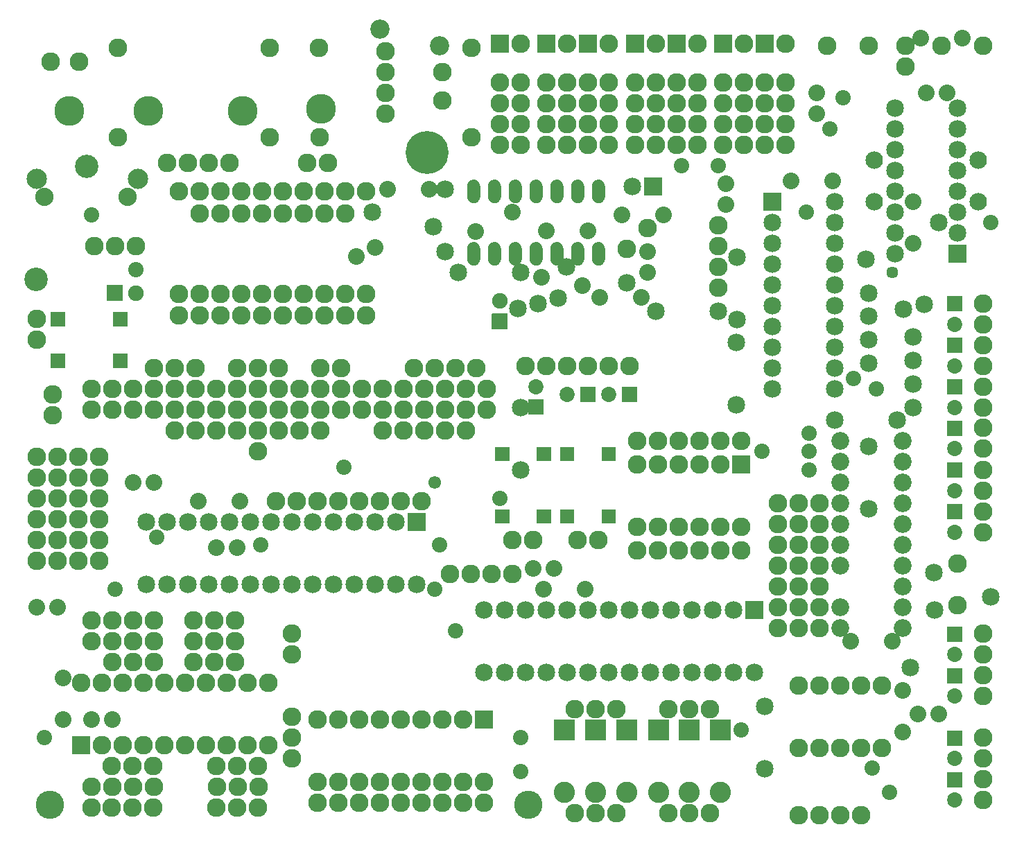
<source format=gts>
G04 MADE WITH FRITZING*
G04 WWW.FRITZING.ORG*
G04 DOUBLE SIDED*
G04 HOLES PLATED*
G04 CONTOUR ON CENTER OF CONTOUR VECTOR*
%ASAXBY*%
%FSLAX23Y23*%
%MOIN*%
%OFA0B0*%
%SFA1.0B1.0*%
%ADD10C,0.084000*%
%ADD11C,0.092000*%
%ADD12C,0.069370*%
%ADD13C,0.062000*%
%ADD14C,0.075000*%
%ADD15C,0.090157*%
%ADD16C,0.080000*%
%ADD17C,0.085000*%
%ADD18C,0.135984*%
%ADD19C,0.206850*%
%ADD20C,0.143858*%
%ADD21C,0.112362*%
%ADD22C,0.113150*%
%ADD23C,0.097402*%
%ADD24C,0.088000*%
%ADD25C,0.102000*%
%ADD26C,0.073622*%
%ADD27C,0.061181*%
%ADD28C,0.057244*%
%ADD29C,0.085433*%
%ADD30C,0.072992*%
%ADD31R,0.085000X0.085000*%
%ADD32R,0.102000X0.102000*%
%ADD33R,0.090158X0.090158*%
%ADD34R,0.072992X0.072992*%
%ADD35C,0.030000*%
%ADD36R,0.001000X0.001000*%
%LNMASK1*%
G90*
G70*
G54D10*
X4597Y3237D03*
X4597Y3037D03*
X4597Y3237D03*
X4597Y3037D03*
X4597Y3237D03*
X4597Y3037D03*
X4097Y3237D03*
X4097Y3037D03*
X4097Y3237D03*
X4097Y3037D03*
X4097Y3237D03*
X4097Y3037D03*
G54D11*
X2009Y3787D03*
X1722Y3867D03*
X2009Y3787D03*
X1722Y3867D03*
G54D12*
X472Y2273D03*
X172Y2273D03*
X472Y2473D03*
X172Y2473D03*
X472Y2273D03*
X172Y2273D03*
X472Y2473D03*
X172Y2473D03*
X2309Y1525D03*
X2309Y1825D03*
X2509Y1525D03*
X2509Y1825D03*
X2309Y1525D03*
X2309Y1825D03*
X2509Y1525D03*
X2509Y1825D03*
X2622Y1525D03*
X2622Y1825D03*
X2822Y1525D03*
X2822Y1825D03*
X2622Y1525D03*
X2622Y1825D03*
X2822Y1525D03*
X2822Y1825D03*
G54D13*
X2772Y3087D03*
X2672Y3087D03*
X2572Y3087D03*
X2472Y3087D03*
X2372Y3087D03*
X2272Y3087D03*
X2172Y3087D03*
X2172Y2787D03*
X2272Y2787D03*
X2372Y2787D03*
X2472Y2787D03*
X2572Y2787D03*
X2672Y2787D03*
X2772Y2787D03*
X2772Y3087D03*
X2672Y3087D03*
X2572Y3087D03*
X2472Y3087D03*
X2372Y3087D03*
X2272Y3087D03*
X2172Y3087D03*
X2172Y2787D03*
X2272Y2787D03*
X2372Y2787D03*
X2472Y2787D03*
X2572Y2787D03*
X2672Y2787D03*
X2772Y2787D03*
G54D14*
X2297Y2562D03*
X2297Y2462D03*
X2297Y2562D03*
X2297Y2462D03*
X2297Y2562D03*
X2297Y2462D03*
X547Y2600D03*
X447Y2600D03*
X547Y2600D03*
X447Y2600D03*
X547Y2600D03*
X447Y2600D03*
G54D15*
X4422Y3787D03*
X4622Y3787D03*
X4072Y3787D03*
X3872Y3787D03*
X136Y3712D03*
X273Y3712D03*
X2022Y3525D03*
X2022Y3662D03*
G54D16*
X4234Y487D03*
X4234Y687D03*
X847Y1600D03*
X1047Y1600D03*
X2509Y1175D03*
X2709Y1175D03*
X4184Y925D03*
X3984Y925D03*
X3897Y3137D03*
X3697Y3137D03*
X4284Y2837D03*
X4284Y3037D03*
X2884Y2975D03*
X3084Y2975D03*
X1759Y3100D03*
X1959Y3100D03*
X2779Y2579D03*
X2979Y2579D03*
X2497Y2675D03*
X2693Y2635D03*
X2182Y2895D03*
X2359Y2987D03*
X2522Y2900D03*
X2722Y2900D03*
X3009Y2700D03*
X3009Y2800D03*
X3009Y2700D03*
X3009Y2800D03*
X434Y550D03*
X334Y550D03*
X434Y550D03*
X334Y550D03*
X934Y1375D03*
X1034Y1375D03*
X934Y1375D03*
X1034Y1375D03*
X2559Y1275D03*
X2459Y1275D03*
X2559Y1275D03*
X2459Y1275D03*
X4309Y575D03*
X4409Y575D03*
X4309Y575D03*
X4409Y575D03*
X3822Y3462D03*
X3822Y3562D03*
X3822Y3462D03*
X3822Y3562D03*
X172Y1087D03*
X72Y1087D03*
X172Y1087D03*
X72Y1087D03*
X534Y1687D03*
X634Y1687D03*
X534Y1687D03*
X634Y1687D03*
X1699Y2820D03*
X1609Y2775D03*
X1699Y2820D03*
X1609Y2775D03*
X3384Y3025D03*
X3384Y3125D03*
X3384Y3025D03*
X3384Y3125D03*
X4522Y3825D03*
X4322Y3825D03*
X4522Y3825D03*
X4322Y3825D03*
X4348Y3562D03*
X4448Y3562D03*
X4348Y3562D03*
X4448Y3562D03*
G54D17*
X4497Y2787D03*
X4197Y2787D03*
X4497Y2887D03*
X4197Y2887D03*
X4497Y2987D03*
X4197Y2987D03*
X4497Y3087D03*
X4197Y3087D03*
X4497Y3187D03*
X4197Y3187D03*
X4497Y3287D03*
X4197Y3287D03*
X4497Y3387D03*
X4197Y3387D03*
X4497Y3487D03*
X4197Y3487D03*
X1897Y1500D03*
X1897Y1200D03*
X1797Y1500D03*
X1797Y1200D03*
X1697Y1500D03*
X1697Y1200D03*
X1597Y1500D03*
X1597Y1200D03*
X1497Y1500D03*
X1497Y1200D03*
X1397Y1500D03*
X1397Y1200D03*
X1297Y1500D03*
X1297Y1200D03*
X1197Y1500D03*
X1197Y1200D03*
X1097Y1500D03*
X1097Y1200D03*
X997Y1500D03*
X997Y1200D03*
X897Y1500D03*
X897Y1200D03*
X797Y1500D03*
X797Y1200D03*
X697Y1500D03*
X697Y1200D03*
X597Y1500D03*
X597Y1200D03*
X3522Y1075D03*
X3522Y775D03*
X3422Y1075D03*
X3422Y775D03*
X3322Y1075D03*
X3322Y775D03*
X3222Y1075D03*
X3222Y775D03*
X3122Y1075D03*
X3122Y775D03*
X3022Y1075D03*
X3022Y775D03*
X2922Y1075D03*
X2922Y775D03*
X2822Y1075D03*
X2822Y775D03*
X2722Y1075D03*
X2722Y775D03*
X2622Y1075D03*
X2622Y775D03*
X2522Y1075D03*
X2522Y775D03*
X2422Y1075D03*
X2422Y775D03*
X2322Y1075D03*
X2322Y775D03*
X2222Y1075D03*
X2222Y775D03*
X3609Y3037D03*
X3909Y3037D03*
X3609Y2937D03*
X3909Y2937D03*
X3609Y2837D03*
X3909Y2837D03*
X3609Y2737D03*
X3909Y2737D03*
X3609Y2637D03*
X3909Y2637D03*
X3609Y2537D03*
X3909Y2537D03*
X3609Y2437D03*
X3909Y2437D03*
X3609Y2337D03*
X3909Y2337D03*
X3609Y2237D03*
X3909Y2237D03*
X3609Y2137D03*
X3909Y2137D03*
G54D15*
X334Y2137D03*
X434Y2137D03*
X534Y2137D03*
X634Y2137D03*
X734Y2137D03*
X834Y2137D03*
X934Y2137D03*
X1034Y2137D03*
X1134Y2137D03*
X1234Y2137D03*
X1334Y2137D03*
X1434Y2137D03*
X1534Y2137D03*
X1634Y2137D03*
X1734Y2137D03*
X1834Y2137D03*
X1934Y2137D03*
X2034Y2137D03*
X2134Y2137D03*
X2234Y2137D03*
X334Y2137D03*
X434Y2137D03*
X534Y2137D03*
X634Y2137D03*
X734Y2137D03*
X834Y2137D03*
X934Y2137D03*
X1034Y2137D03*
X1134Y2137D03*
X1234Y2137D03*
X1334Y2137D03*
X1434Y2137D03*
X1534Y2137D03*
X1634Y2137D03*
X1734Y2137D03*
X1834Y2137D03*
X1934Y2137D03*
X2034Y2137D03*
X2134Y2137D03*
X2234Y2137D03*
X2234Y2037D03*
X2134Y2037D03*
X2034Y2037D03*
X1934Y2037D03*
X1834Y2037D03*
X1734Y2037D03*
X1634Y2037D03*
X1534Y2037D03*
X1434Y2037D03*
X1334Y2037D03*
X1234Y2037D03*
X1134Y2037D03*
X1034Y2037D03*
X934Y2037D03*
X834Y2037D03*
X734Y2037D03*
X634Y2037D03*
X534Y2037D03*
X434Y2037D03*
X334Y2037D03*
X334Y2137D03*
X434Y2137D03*
X534Y2137D03*
X634Y2137D03*
X734Y2137D03*
X834Y2137D03*
X934Y2137D03*
X1034Y2137D03*
X1134Y2137D03*
X1234Y2137D03*
X1334Y2137D03*
X1434Y2137D03*
X1534Y2137D03*
X1634Y2137D03*
X1734Y2137D03*
X1834Y2137D03*
X1934Y2137D03*
X2034Y2137D03*
X2134Y2137D03*
X2234Y2137D03*
X334Y2137D03*
X434Y2137D03*
X534Y2137D03*
X634Y2137D03*
X734Y2137D03*
X834Y2137D03*
X934Y2137D03*
X1034Y2137D03*
X1134Y2137D03*
X1234Y2137D03*
X1334Y2137D03*
X1434Y2137D03*
X1534Y2137D03*
X1634Y2137D03*
X1734Y2137D03*
X1834Y2137D03*
X1934Y2137D03*
X2034Y2137D03*
X2134Y2137D03*
X2234Y2137D03*
X2234Y2037D03*
X2134Y2037D03*
X2034Y2037D03*
X1934Y2037D03*
X1834Y2037D03*
X1734Y2037D03*
X1634Y2037D03*
X1534Y2037D03*
X1434Y2037D03*
X1334Y2037D03*
X1234Y2037D03*
X1134Y2037D03*
X1034Y2037D03*
X934Y2037D03*
X834Y2037D03*
X734Y2037D03*
X634Y2037D03*
X534Y2037D03*
X434Y2037D03*
X334Y2037D03*
G54D18*
X2434Y137D03*
G54D19*
X1947Y3275D03*
G54D18*
X134Y137D03*
G54D15*
X147Y2112D03*
X147Y2012D03*
X1134Y1837D03*
X1134Y1937D03*
X1434Y2237D03*
X1534Y2237D03*
X634Y2237D03*
X734Y2237D03*
X834Y2237D03*
X1034Y2237D03*
X1134Y2237D03*
X1234Y2237D03*
X734Y1937D03*
X834Y1937D03*
X934Y1937D03*
X1034Y1937D03*
X1234Y1937D03*
X1334Y1937D03*
X1434Y1937D03*
X1734Y1937D03*
X1834Y1937D03*
X1934Y1937D03*
X2034Y1937D03*
X2134Y1937D03*
X2059Y1250D03*
X2159Y1250D03*
X2259Y1250D03*
X2359Y1250D03*
X1884Y2237D03*
X1984Y2237D03*
X2084Y2237D03*
X2184Y2237D03*
G54D20*
X1437Y3485D03*
X1062Y3476D03*
X229Y3476D03*
X608Y3474D03*
G54D21*
X312Y3209D03*
G54D22*
X68Y2665D03*
G54D23*
X556Y3148D03*
X70Y3148D03*
G54D24*
X109Y3062D03*
X509Y3062D03*
X109Y3062D03*
X509Y3062D03*
X109Y3062D03*
X509Y3062D03*
G54D15*
X72Y2475D03*
X72Y2375D03*
G54D25*
X3359Y500D03*
X3359Y200D03*
X3209Y500D03*
X3209Y200D03*
X3061Y500D03*
X3061Y200D03*
X2909Y500D03*
X2909Y200D03*
X2759Y500D03*
X2759Y200D03*
X2609Y500D03*
X2609Y200D03*
G54D15*
X854Y2981D03*
X954Y2981D03*
X1054Y2981D03*
X1154Y2981D03*
X1254Y2981D03*
X1354Y2981D03*
X1454Y2981D03*
X1554Y2981D03*
X754Y3090D03*
X854Y3090D03*
X954Y3090D03*
X1054Y3090D03*
X1154Y3090D03*
X1254Y3090D03*
X1354Y3090D03*
X1454Y3090D03*
X1554Y3090D03*
X1654Y3090D03*
X754Y3090D03*
X854Y3090D03*
X954Y3090D03*
X1054Y3090D03*
X1154Y3090D03*
X1254Y3090D03*
X1354Y3090D03*
X1454Y3090D03*
X1554Y3090D03*
X1654Y3090D03*
X753Y2492D03*
X853Y2492D03*
X953Y2492D03*
X1053Y2492D03*
X1153Y2492D03*
X1253Y2492D03*
X1353Y2492D03*
X1453Y2492D03*
X1553Y2492D03*
X1653Y2492D03*
X753Y2492D03*
X853Y2492D03*
X953Y2492D03*
X1053Y2492D03*
X1153Y2492D03*
X1253Y2492D03*
X1353Y2492D03*
X1453Y2492D03*
X1553Y2492D03*
X1653Y2492D03*
X753Y2596D03*
X853Y2596D03*
X953Y2596D03*
X1053Y2596D03*
X1153Y2596D03*
X1253Y2596D03*
X1353Y2596D03*
X1453Y2596D03*
X1553Y2596D03*
X1653Y2596D03*
X753Y2596D03*
X853Y2596D03*
X953Y2596D03*
X1053Y2596D03*
X1153Y2596D03*
X1253Y2596D03*
X1353Y2596D03*
X1453Y2596D03*
X1553Y2596D03*
X1653Y2596D03*
X1431Y3349D03*
X460Y3349D03*
X2161Y3349D03*
X1190Y3349D03*
X2161Y3779D03*
X1190Y3779D03*
X1429Y3779D03*
X462Y3779D03*
G54D26*
X3997Y2187D03*
X2084Y975D03*
X447Y1175D03*
X109Y462D03*
X1147Y1387D03*
X647Y1425D03*
X2297Y1612D03*
X4172Y200D03*
X4089Y316D03*
X2397Y300D03*
X3459Y500D03*
X2397Y462D03*
G54D27*
X1984Y1687D03*
G54D26*
X1984Y1175D03*
X2009Y1387D03*
X1547Y1762D03*
X3772Y2987D03*
X3559Y1837D03*
X3784Y1837D03*
X3784Y1750D03*
X3784Y1925D03*
G54D28*
X4184Y2700D03*
G54D29*
X4234Y1587D03*
X4234Y1187D03*
X4234Y1287D03*
X4234Y1487D03*
X4234Y1087D03*
X4234Y987D03*
X4234Y1387D03*
X4234Y1787D03*
X4234Y1687D03*
X4234Y1887D03*
X3934Y1887D03*
X3934Y1787D03*
X3934Y1687D03*
X3934Y1587D03*
X3934Y987D03*
X3934Y1087D03*
X3934Y1287D03*
X3934Y1387D03*
X3934Y1487D03*
G54D26*
X4109Y2137D03*
X3884Y3387D03*
X3172Y3212D03*
X4659Y2937D03*
X3347Y3212D03*
X3947Y3537D03*
X334Y2975D03*
X547Y2712D03*
G54D15*
X798Y3226D03*
X698Y3226D03*
X2297Y3612D03*
X2297Y3512D03*
X2297Y3412D03*
X2297Y3312D03*
X2297Y3612D03*
X2297Y3512D03*
X2297Y3412D03*
X2297Y3312D03*
X2397Y3312D03*
X2397Y3412D03*
X2397Y3512D03*
X2397Y3612D03*
X2947Y3612D03*
X2947Y3512D03*
X2947Y3412D03*
X2947Y3312D03*
X2947Y3612D03*
X2947Y3512D03*
X2947Y3412D03*
X2947Y3312D03*
X3047Y3312D03*
X3047Y3412D03*
X3047Y3512D03*
X3047Y3612D03*
X3147Y3612D03*
X3147Y3512D03*
X3147Y3412D03*
X3147Y3312D03*
X3147Y3612D03*
X3147Y3512D03*
X3147Y3412D03*
X3147Y3312D03*
X3247Y3312D03*
X3247Y3412D03*
X3247Y3512D03*
X3247Y3612D03*
X2522Y3612D03*
X2522Y3512D03*
X2522Y3412D03*
X2522Y3312D03*
X2522Y3612D03*
X2522Y3512D03*
X2522Y3412D03*
X2522Y3312D03*
X2622Y3312D03*
X2622Y3412D03*
X2622Y3512D03*
X2622Y3612D03*
X2722Y3612D03*
X2722Y3512D03*
X2722Y3412D03*
X2722Y3312D03*
X2722Y3612D03*
X2722Y3512D03*
X2722Y3412D03*
X2722Y3312D03*
X2822Y3312D03*
X2822Y3412D03*
X2822Y3512D03*
X2822Y3612D03*
X3372Y3612D03*
X3372Y3512D03*
X3372Y3412D03*
X3372Y3312D03*
X3372Y3612D03*
X3372Y3512D03*
X3372Y3412D03*
X3372Y3312D03*
X3472Y3312D03*
X3472Y3412D03*
X3472Y3512D03*
X3472Y3612D03*
X3572Y3612D03*
X3572Y3512D03*
X3572Y3412D03*
X3572Y3312D03*
X3572Y3612D03*
X3572Y3512D03*
X3572Y3412D03*
X3572Y3312D03*
X3672Y3312D03*
X3672Y3412D03*
X3672Y3512D03*
X3672Y3612D03*
X1747Y3762D03*
X1747Y3662D03*
X1747Y3562D03*
X1747Y3462D03*
X1472Y3225D03*
X1372Y3225D03*
X998Y3226D03*
X898Y3226D03*
X3009Y2912D03*
X2909Y2812D03*
G54D17*
X4072Y1562D03*
X4072Y1862D03*
X4072Y1562D03*
X4072Y1862D03*
X4409Y2937D03*
X4337Y2544D03*
X4409Y2937D03*
X4337Y2544D03*
X4659Y1137D03*
X4383Y1254D03*
X4659Y1137D03*
X4383Y1254D03*
X2397Y1750D03*
X2397Y2050D03*
X2397Y1750D03*
X2397Y2050D03*
X3439Y2472D03*
X3439Y2772D03*
X3439Y2472D03*
X3439Y2772D03*
X4059Y2762D03*
X4239Y2522D03*
X4059Y2762D03*
X4239Y2522D03*
X4072Y2600D03*
X4284Y2387D03*
X4072Y2600D03*
X4284Y2387D03*
X4072Y2487D03*
X4284Y2275D03*
X4072Y2487D03*
X4284Y2275D03*
X4072Y2375D03*
X4284Y2162D03*
X4072Y2375D03*
X4284Y2162D03*
X4072Y2262D03*
X4284Y2050D03*
X4072Y2262D03*
X4284Y2050D03*
X4209Y1987D03*
X3909Y1987D03*
X4209Y1987D03*
X3909Y1987D03*
X4272Y800D03*
X4389Y1076D03*
X4272Y800D03*
X4389Y1076D03*
X3572Y312D03*
X3572Y612D03*
X3572Y312D03*
X3572Y612D03*
X3434Y2362D03*
X3434Y2062D03*
X3434Y2362D03*
X3434Y2062D03*
X2909Y2650D03*
X2619Y2726D03*
X2909Y2650D03*
X2619Y2726D03*
X3347Y2512D03*
X3047Y2512D03*
X3347Y2512D03*
X3047Y2512D03*
X1977Y2919D03*
X1684Y2987D03*
X1977Y2919D03*
X1684Y2987D03*
X2034Y2800D03*
X2034Y3100D03*
X2034Y2800D03*
X2034Y3100D03*
X2397Y2700D03*
X2097Y2700D03*
X2397Y2700D03*
X2097Y2700D03*
G54D15*
X2959Y1362D03*
X3059Y1362D03*
X3159Y1362D03*
X3259Y1362D03*
X3359Y1362D03*
X3459Y1362D03*
X2959Y1887D03*
X3059Y1887D03*
X3159Y1887D03*
X3259Y1887D03*
X3359Y1887D03*
X3459Y1887D03*
X4622Y362D03*
X4622Y462D03*
X4622Y162D03*
X4622Y262D03*
X3348Y2625D03*
X3348Y2725D03*
X3348Y2825D03*
X3348Y2925D03*
X2822Y2250D03*
X2922Y2250D03*
X2622Y2250D03*
X2722Y2250D03*
X2422Y2250D03*
X2522Y2250D03*
X3634Y987D03*
X3634Y1087D03*
X3634Y1187D03*
X3634Y1287D03*
X3634Y1387D03*
X3634Y1487D03*
X3634Y1587D03*
X3734Y987D03*
X3734Y1087D03*
X3734Y1187D03*
X3734Y1287D03*
X3734Y1387D03*
X3734Y1487D03*
X3734Y1587D03*
X3834Y987D03*
X3834Y1087D03*
X3834Y1187D03*
X3834Y1287D03*
X3834Y1387D03*
X3834Y1487D03*
X3834Y1587D03*
X4622Y662D03*
X4622Y762D03*
X4622Y862D03*
X4622Y962D03*
X4622Y1450D03*
X4622Y1550D03*
X4622Y1650D03*
X4622Y1750D03*
X4622Y1851D03*
X4622Y1951D03*
X4622Y2050D03*
X4622Y2150D03*
X4622Y2250D03*
X4622Y2350D03*
X4622Y2450D03*
X4622Y2550D03*
X4247Y3687D03*
X4247Y3787D03*
X2297Y3800D03*
X2397Y3800D03*
X3147Y3800D03*
X3247Y3800D03*
X2947Y3800D03*
X3047Y3800D03*
X2722Y3800D03*
X2822Y3800D03*
X2522Y3800D03*
X2622Y3800D03*
X3372Y3800D03*
X3472Y3800D03*
X3572Y3800D03*
X3672Y3800D03*
X172Y1812D03*
X172Y1712D03*
X172Y1612D03*
X172Y1512D03*
X172Y1412D03*
X172Y1312D03*
X72Y1812D03*
X72Y1712D03*
X72Y1612D03*
X72Y1512D03*
X72Y1412D03*
X72Y1312D03*
X272Y1812D03*
X272Y1712D03*
X272Y1612D03*
X272Y1512D03*
X272Y1412D03*
X272Y1312D03*
X272Y1812D03*
X272Y1712D03*
X272Y1612D03*
X272Y1512D03*
X272Y1412D03*
X272Y1312D03*
X372Y1312D03*
X372Y1412D03*
X372Y1512D03*
X372Y1612D03*
X372Y1712D03*
X372Y1812D03*
X334Y1025D03*
X284Y425D03*
X284Y725D03*
X384Y425D03*
X384Y725D03*
X484Y425D03*
X484Y725D03*
X584Y425D03*
X584Y725D03*
X684Y425D03*
X684Y725D03*
X784Y425D03*
X784Y725D03*
X884Y425D03*
X884Y725D03*
X984Y425D03*
X984Y725D03*
X1084Y425D03*
X1084Y725D03*
X1184Y425D03*
X1184Y725D03*
X632Y325D03*
X532Y325D03*
X432Y325D03*
X1134Y325D03*
X1034Y325D03*
X934Y325D03*
X1023Y825D03*
X923Y825D03*
X823Y825D03*
X634Y825D03*
X534Y825D03*
X434Y825D03*
X334Y225D03*
X434Y225D03*
X534Y225D03*
X634Y225D03*
X334Y925D03*
X434Y925D03*
X534Y925D03*
X634Y925D03*
X1134Y125D03*
X1034Y125D03*
X934Y125D03*
X1137Y225D03*
X1037Y225D03*
X937Y225D03*
X632Y125D03*
X532Y125D03*
X432Y125D03*
X547Y2825D03*
X447Y2825D03*
X347Y2825D03*
X1023Y925D03*
X923Y925D03*
X823Y925D03*
X1023Y1025D03*
X923Y1025D03*
X823Y1025D03*
X1222Y1600D03*
X1322Y1600D03*
X1422Y1600D03*
X1522Y1600D03*
X1622Y1600D03*
X1722Y1600D03*
X1822Y1600D03*
X1922Y1600D03*
X634Y1025D03*
X534Y1025D03*
X434Y1025D03*
X334Y125D03*
G54D30*
X4484Y460D03*
X4484Y362D03*
X4484Y260D03*
X4484Y162D03*
X2920Y2112D03*
X2822Y2112D03*
X2720Y2112D03*
X2622Y2112D03*
X2472Y2051D03*
X2472Y2150D03*
X4484Y760D03*
X4484Y662D03*
X4484Y960D03*
X4484Y862D03*
X4484Y1548D03*
X4484Y1450D03*
X4484Y1748D03*
X4484Y1650D03*
X4484Y1950D03*
X4484Y1851D03*
X4484Y2148D03*
X4484Y2050D03*
X4484Y2348D03*
X4484Y2250D03*
X4484Y2548D03*
X4484Y2450D03*
G54D17*
X3034Y3112D03*
X2934Y3112D03*
X3034Y3112D03*
X2934Y3112D03*
X2578Y2575D03*
X2481Y2550D03*
X2384Y2525D03*
G54D15*
X1297Y862D03*
X1297Y962D03*
X1297Y862D03*
X1297Y962D03*
X1297Y362D03*
X1297Y462D03*
X1297Y562D03*
X1297Y362D03*
X1297Y462D03*
X1297Y562D03*
X2222Y550D03*
X2222Y250D03*
X2122Y550D03*
X2122Y250D03*
X2022Y550D03*
X2022Y250D03*
X1922Y550D03*
X1922Y250D03*
X1822Y550D03*
X1822Y250D03*
X1722Y550D03*
X1722Y250D03*
X1622Y550D03*
X1622Y250D03*
X1522Y550D03*
X1522Y250D03*
X1422Y550D03*
X1422Y250D03*
X4496Y1100D03*
X4497Y1300D03*
X2222Y150D03*
X2122Y150D03*
X2022Y150D03*
X1922Y150D03*
X1822Y150D03*
X1722Y150D03*
X1622Y150D03*
X1522Y150D03*
X1422Y150D03*
X3109Y600D03*
X3209Y600D03*
X3309Y600D03*
X2659Y600D03*
X2759Y600D03*
X2859Y600D03*
X2772Y1412D03*
X2672Y1412D03*
X2459Y1412D03*
X2359Y1412D03*
X3109Y100D03*
X3209Y100D03*
X3309Y100D03*
X2659Y100D03*
X2759Y100D03*
X2859Y100D03*
X3459Y1775D03*
X3459Y1475D03*
X3359Y1775D03*
X3359Y1475D03*
X3259Y1775D03*
X3259Y1475D03*
X3159Y1775D03*
X3159Y1475D03*
X3059Y1775D03*
X3059Y1475D03*
X2959Y1775D03*
X2959Y1475D03*
X4034Y87D03*
X3934Y87D03*
X3834Y87D03*
X3734Y87D03*
X4134Y412D03*
X4034Y412D03*
X3934Y412D03*
X3834Y412D03*
X3734Y412D03*
X4134Y712D03*
X4034Y712D03*
X3934Y712D03*
X3834Y712D03*
X3734Y712D03*
G54D16*
X196Y550D03*
X196Y750D03*
G54D31*
X4497Y2787D03*
X1897Y1500D03*
X3522Y1075D03*
X3609Y3037D03*
G54D32*
X3359Y500D03*
X3209Y500D03*
X3061Y500D03*
X2909Y500D03*
X2759Y500D03*
X2609Y500D03*
G54D33*
X2297Y3800D03*
X3147Y3800D03*
X2947Y3800D03*
X2722Y3800D03*
X2522Y3800D03*
X3372Y3800D03*
X3572Y3800D03*
X284Y425D03*
G54D34*
X4484Y460D03*
X4484Y260D03*
X2920Y2112D03*
X2720Y2112D03*
X2472Y2051D03*
X4484Y760D03*
X4484Y960D03*
X4484Y1548D03*
X4484Y1748D03*
X4484Y1950D03*
X4484Y2148D03*
X4484Y2348D03*
X4484Y2548D03*
G54D31*
X3034Y3112D03*
X3034Y3112D03*
G54D33*
X2222Y550D03*
X3459Y1775D03*
G54D35*
G36*
X2049Y3808D02*
X2032Y3749D01*
X1972Y3765D01*
X1989Y3825D01*
X2049Y3808D01*
G37*
D02*
G36*
X2049Y3808D02*
X2032Y3749D01*
X1972Y3765D01*
X1989Y3825D01*
X2049Y3808D01*
G37*
D02*
G54D36*
X2167Y3144D02*
X2176Y3144D01*
X2267Y3144D02*
X2276Y3144D01*
X2366Y3144D02*
X2376Y3144D01*
X2466Y3144D02*
X2476Y3144D01*
X2566Y3144D02*
X2576Y3144D01*
X2666Y3144D02*
X2676Y3144D01*
X2766Y3144D02*
X2776Y3144D01*
X2163Y3143D02*
X2180Y3143D01*
X2263Y3143D02*
X2280Y3143D01*
X2363Y3143D02*
X2380Y3143D01*
X2463Y3143D02*
X2480Y3143D01*
X2563Y3143D02*
X2580Y3143D01*
X2663Y3143D02*
X2680Y3143D01*
X2763Y3143D02*
X2780Y3143D01*
X2160Y3142D02*
X2182Y3142D01*
X2260Y3142D02*
X2282Y3142D01*
X2360Y3142D02*
X2382Y3142D01*
X2460Y3142D02*
X2482Y3142D01*
X2560Y3142D02*
X2582Y3142D01*
X2660Y3142D02*
X2682Y3142D01*
X2760Y3142D02*
X2782Y3142D01*
X2158Y3141D02*
X2184Y3141D01*
X2258Y3141D02*
X2284Y3141D01*
X2358Y3141D02*
X2384Y3141D01*
X2458Y3141D02*
X2484Y3141D01*
X2558Y3141D02*
X2584Y3141D01*
X2658Y3141D02*
X2684Y3141D01*
X2758Y3141D02*
X2784Y3141D01*
X2156Y3140D02*
X2186Y3140D01*
X2256Y3140D02*
X2286Y3140D01*
X2356Y3140D02*
X2386Y3140D01*
X2456Y3140D02*
X2486Y3140D01*
X2556Y3140D02*
X2586Y3140D01*
X2656Y3140D02*
X2686Y3140D01*
X2756Y3140D02*
X2786Y3140D01*
X2155Y3139D02*
X2188Y3139D01*
X2255Y3139D02*
X2288Y3139D01*
X2355Y3139D02*
X2388Y3139D01*
X2455Y3139D02*
X2488Y3139D01*
X2555Y3139D02*
X2588Y3139D01*
X2655Y3139D02*
X2688Y3139D01*
X2755Y3139D02*
X2788Y3139D01*
X2153Y3138D02*
X2189Y3138D01*
X2253Y3138D02*
X2289Y3138D01*
X2353Y3138D02*
X2389Y3138D01*
X2453Y3138D02*
X2489Y3138D01*
X2553Y3138D02*
X2589Y3138D01*
X2653Y3138D02*
X2689Y3138D01*
X2753Y3138D02*
X2789Y3138D01*
X2152Y3137D02*
X2190Y3137D01*
X2252Y3137D02*
X2290Y3137D01*
X2352Y3137D02*
X2390Y3137D01*
X2452Y3137D02*
X2490Y3137D01*
X2552Y3137D02*
X2590Y3137D01*
X2652Y3137D02*
X2690Y3137D01*
X2752Y3137D02*
X2790Y3137D01*
X2151Y3136D02*
X2191Y3136D01*
X2251Y3136D02*
X2291Y3136D01*
X2351Y3136D02*
X2391Y3136D01*
X2451Y3136D02*
X2491Y3136D01*
X2551Y3136D02*
X2591Y3136D01*
X2651Y3136D02*
X2691Y3136D01*
X2751Y3136D02*
X2791Y3136D01*
X2150Y3135D02*
X2193Y3135D01*
X2250Y3135D02*
X2293Y3135D01*
X2350Y3135D02*
X2393Y3135D01*
X2450Y3135D02*
X2493Y3135D01*
X2550Y3135D02*
X2592Y3135D01*
X2650Y3135D02*
X2692Y3135D01*
X2750Y3135D02*
X2792Y3135D01*
X2149Y3134D02*
X2193Y3134D01*
X2249Y3134D02*
X2293Y3134D01*
X2349Y3134D02*
X2393Y3134D01*
X2449Y3134D02*
X2493Y3134D01*
X2549Y3134D02*
X2593Y3134D01*
X2649Y3134D02*
X2693Y3134D01*
X2749Y3134D02*
X2793Y3134D01*
X2148Y3133D02*
X2194Y3133D01*
X2248Y3133D02*
X2294Y3133D01*
X2348Y3133D02*
X2394Y3133D01*
X2448Y3133D02*
X2494Y3133D01*
X2548Y3133D02*
X2594Y3133D01*
X2648Y3133D02*
X2694Y3133D01*
X2748Y3133D02*
X2794Y3133D01*
X2147Y3132D02*
X2195Y3132D01*
X2247Y3132D02*
X2295Y3132D01*
X2347Y3132D02*
X2395Y3132D01*
X2447Y3132D02*
X2495Y3132D01*
X2547Y3132D02*
X2595Y3132D01*
X2647Y3132D02*
X2695Y3132D01*
X2747Y3132D02*
X2795Y3132D01*
X2147Y3131D02*
X2196Y3131D01*
X2247Y3131D02*
X2296Y3131D01*
X2347Y3131D02*
X2396Y3131D01*
X2447Y3131D02*
X2496Y3131D01*
X2547Y3131D02*
X2596Y3131D01*
X2647Y3131D02*
X2696Y3131D01*
X2747Y3131D02*
X2796Y3131D01*
X2146Y3130D02*
X2197Y3130D01*
X2246Y3130D02*
X2297Y3130D01*
X2346Y3130D02*
X2397Y3130D01*
X2446Y3130D02*
X2497Y3130D01*
X2546Y3130D02*
X2597Y3130D01*
X2646Y3130D02*
X2697Y3130D01*
X2746Y3130D02*
X2797Y3130D01*
X2145Y3129D02*
X2197Y3129D01*
X2245Y3129D02*
X2297Y3129D01*
X2345Y3129D02*
X2397Y3129D01*
X2445Y3129D02*
X2497Y3129D01*
X2545Y3129D02*
X2597Y3129D01*
X2645Y3129D02*
X2697Y3129D01*
X2745Y3129D02*
X2797Y3129D01*
X2145Y3128D02*
X2198Y3128D01*
X2245Y3128D02*
X2298Y3128D01*
X2345Y3128D02*
X2398Y3128D01*
X2445Y3128D02*
X2498Y3128D01*
X2545Y3128D02*
X2598Y3128D01*
X2645Y3128D02*
X2698Y3128D01*
X2745Y3128D02*
X2798Y3128D01*
X2144Y3127D02*
X2198Y3127D01*
X2244Y3127D02*
X2298Y3127D01*
X2344Y3127D02*
X2398Y3127D01*
X2444Y3127D02*
X2498Y3127D01*
X2544Y3127D02*
X2598Y3127D01*
X2644Y3127D02*
X2698Y3127D01*
X2744Y3127D02*
X2798Y3127D01*
X2144Y3126D02*
X2199Y3126D01*
X2244Y3126D02*
X2299Y3126D01*
X2344Y3126D02*
X2399Y3126D01*
X2444Y3126D02*
X2499Y3126D01*
X2544Y3126D02*
X2599Y3126D01*
X2644Y3126D02*
X2699Y3126D01*
X2744Y3126D02*
X2799Y3126D01*
X2143Y3125D02*
X2199Y3125D01*
X2243Y3125D02*
X2299Y3125D01*
X2343Y3125D02*
X2399Y3125D01*
X2443Y3125D02*
X2499Y3125D01*
X2543Y3125D02*
X2599Y3125D01*
X2643Y3125D02*
X2699Y3125D01*
X2743Y3125D02*
X2799Y3125D01*
X2143Y3124D02*
X2200Y3124D01*
X2243Y3124D02*
X2300Y3124D01*
X2343Y3124D02*
X2400Y3124D01*
X2443Y3124D02*
X2500Y3124D01*
X2543Y3124D02*
X2600Y3124D01*
X2643Y3124D02*
X2700Y3124D01*
X2743Y3124D02*
X2800Y3124D01*
X2142Y3123D02*
X2200Y3123D01*
X2242Y3123D02*
X2300Y3123D01*
X2342Y3123D02*
X2400Y3123D01*
X2442Y3123D02*
X2500Y3123D01*
X2542Y3123D02*
X2600Y3123D01*
X2642Y3123D02*
X2700Y3123D01*
X2742Y3123D02*
X2800Y3123D01*
X2142Y3122D02*
X2200Y3122D01*
X2242Y3122D02*
X2300Y3122D01*
X2342Y3122D02*
X2400Y3122D01*
X2442Y3122D02*
X2500Y3122D01*
X2542Y3122D02*
X2600Y3122D01*
X2642Y3122D02*
X2700Y3122D01*
X2742Y3122D02*
X2800Y3122D01*
X2142Y3121D02*
X2201Y3121D01*
X2242Y3121D02*
X2301Y3121D01*
X2342Y3121D02*
X2401Y3121D01*
X2442Y3121D02*
X2501Y3121D01*
X2542Y3121D02*
X2601Y3121D01*
X2642Y3121D02*
X2701Y3121D01*
X2742Y3121D02*
X2801Y3121D01*
X2142Y3120D02*
X2201Y3120D01*
X2241Y3120D02*
X2301Y3120D01*
X2341Y3120D02*
X2401Y3120D01*
X2441Y3120D02*
X2501Y3120D01*
X2541Y3120D02*
X2601Y3120D01*
X2641Y3120D02*
X2701Y3120D01*
X2741Y3120D02*
X2801Y3120D01*
X2141Y3119D02*
X2201Y3119D01*
X2241Y3119D02*
X2301Y3119D01*
X2341Y3119D02*
X2401Y3119D01*
X2441Y3119D02*
X2501Y3119D01*
X2541Y3119D02*
X2601Y3119D01*
X2641Y3119D02*
X2701Y3119D01*
X2741Y3119D02*
X2801Y3119D01*
X2141Y3118D02*
X2201Y3118D01*
X2241Y3118D02*
X2301Y3118D01*
X2341Y3118D02*
X2401Y3118D01*
X2441Y3118D02*
X2501Y3118D01*
X2541Y3118D02*
X2601Y3118D01*
X2641Y3118D02*
X2701Y3118D01*
X2741Y3118D02*
X2801Y3118D01*
X2141Y3117D02*
X2201Y3117D01*
X2241Y3117D02*
X2301Y3117D01*
X2341Y3117D02*
X2401Y3117D01*
X2441Y3117D02*
X2501Y3117D01*
X2541Y3117D02*
X2601Y3117D01*
X2641Y3117D02*
X2701Y3117D01*
X2741Y3117D02*
X2801Y3117D01*
X2141Y3116D02*
X2202Y3116D01*
X2241Y3116D02*
X2302Y3116D01*
X2341Y3116D02*
X2402Y3116D01*
X2441Y3116D02*
X2502Y3116D01*
X2541Y3116D02*
X2602Y3116D01*
X2641Y3116D02*
X2702Y3116D01*
X2741Y3116D02*
X2802Y3116D01*
X2141Y3115D02*
X2202Y3115D01*
X2241Y3115D02*
X2302Y3115D01*
X2341Y3115D02*
X2402Y3115D01*
X2441Y3115D02*
X2502Y3115D01*
X2541Y3115D02*
X2602Y3115D01*
X2641Y3115D02*
X2702Y3115D01*
X2741Y3115D02*
X2802Y3115D01*
X2141Y3114D02*
X2202Y3114D01*
X2241Y3114D02*
X2302Y3114D01*
X2341Y3114D02*
X2402Y3114D01*
X2441Y3114D02*
X2502Y3114D01*
X2541Y3114D02*
X2602Y3114D01*
X2641Y3114D02*
X2702Y3114D01*
X2741Y3114D02*
X2802Y3114D01*
X2141Y3113D02*
X2202Y3113D01*
X2241Y3113D02*
X2302Y3113D01*
X2341Y3113D02*
X2402Y3113D01*
X2441Y3113D02*
X2502Y3113D01*
X2541Y3113D02*
X2602Y3113D01*
X2641Y3113D02*
X2702Y3113D01*
X2741Y3113D02*
X2802Y3113D01*
X2141Y3112D02*
X2202Y3112D01*
X2241Y3112D02*
X2302Y3112D01*
X2341Y3112D02*
X2402Y3112D01*
X2441Y3112D02*
X2502Y3112D01*
X2541Y3112D02*
X2602Y3112D01*
X2641Y3112D02*
X2702Y3112D01*
X2741Y3112D02*
X2802Y3112D01*
X2141Y3111D02*
X2202Y3111D01*
X2241Y3111D02*
X2302Y3111D01*
X2341Y3111D02*
X2402Y3111D01*
X2441Y3111D02*
X2502Y3111D01*
X2541Y3111D02*
X2602Y3111D01*
X2641Y3111D02*
X2702Y3111D01*
X2741Y3111D02*
X2802Y3111D01*
X2141Y3110D02*
X2202Y3110D01*
X2241Y3110D02*
X2302Y3110D01*
X2341Y3110D02*
X2402Y3110D01*
X2441Y3110D02*
X2502Y3110D01*
X2541Y3110D02*
X2602Y3110D01*
X2641Y3110D02*
X2702Y3110D01*
X2741Y3110D02*
X2802Y3110D01*
X2141Y3109D02*
X2202Y3109D01*
X2241Y3109D02*
X2302Y3109D01*
X2341Y3109D02*
X2402Y3109D01*
X2441Y3109D02*
X2502Y3109D01*
X2541Y3109D02*
X2602Y3109D01*
X2641Y3109D02*
X2702Y3109D01*
X2741Y3109D02*
X2802Y3109D01*
X2141Y3108D02*
X2202Y3108D01*
X2241Y3108D02*
X2302Y3108D01*
X2341Y3108D02*
X2402Y3108D01*
X2441Y3108D02*
X2502Y3108D01*
X2541Y3108D02*
X2602Y3108D01*
X2641Y3108D02*
X2702Y3108D01*
X2741Y3108D02*
X2802Y3108D01*
X2141Y3107D02*
X2202Y3107D01*
X2241Y3107D02*
X2302Y3107D01*
X2341Y3107D02*
X2402Y3107D01*
X2441Y3107D02*
X2502Y3107D01*
X2541Y3107D02*
X2602Y3107D01*
X2641Y3107D02*
X2702Y3107D01*
X2741Y3107D02*
X2802Y3107D01*
X2141Y3106D02*
X2202Y3106D01*
X2241Y3106D02*
X2302Y3106D01*
X2341Y3106D02*
X2402Y3106D01*
X2441Y3106D02*
X2502Y3106D01*
X2541Y3106D02*
X2602Y3106D01*
X2641Y3106D02*
X2702Y3106D01*
X2741Y3106D02*
X2802Y3106D01*
X2141Y3105D02*
X2202Y3105D01*
X2241Y3105D02*
X2302Y3105D01*
X2341Y3105D02*
X2402Y3105D01*
X2441Y3105D02*
X2502Y3105D01*
X2541Y3105D02*
X2602Y3105D01*
X2641Y3105D02*
X2702Y3105D01*
X2741Y3105D02*
X2802Y3105D01*
X2141Y3104D02*
X2202Y3104D01*
X2241Y3104D02*
X2302Y3104D01*
X2341Y3104D02*
X2402Y3104D01*
X2441Y3104D02*
X2502Y3104D01*
X2541Y3104D02*
X2602Y3104D01*
X2641Y3104D02*
X2702Y3104D01*
X2741Y3104D02*
X2802Y3104D01*
X2141Y3103D02*
X2202Y3103D01*
X2241Y3103D02*
X2302Y3103D01*
X2341Y3103D02*
X2402Y3103D01*
X2441Y3103D02*
X2502Y3103D01*
X2541Y3103D02*
X2602Y3103D01*
X2641Y3103D02*
X2702Y3103D01*
X2741Y3103D02*
X2802Y3103D01*
X2141Y3102D02*
X2202Y3102D01*
X2241Y3102D02*
X2302Y3102D01*
X2341Y3102D02*
X2402Y3102D01*
X2441Y3102D02*
X2502Y3102D01*
X2541Y3102D02*
X2602Y3102D01*
X2641Y3102D02*
X2702Y3102D01*
X2741Y3102D02*
X2802Y3102D01*
X2141Y3101D02*
X2202Y3101D01*
X2241Y3101D02*
X2302Y3101D01*
X2341Y3101D02*
X2402Y3101D01*
X2441Y3101D02*
X2502Y3101D01*
X2541Y3101D02*
X2602Y3101D01*
X2641Y3101D02*
X2702Y3101D01*
X2741Y3101D02*
X2802Y3101D01*
X2141Y3100D02*
X2202Y3100D01*
X2241Y3100D02*
X2302Y3100D01*
X2341Y3100D02*
X2402Y3100D01*
X2441Y3100D02*
X2502Y3100D01*
X2541Y3100D02*
X2602Y3100D01*
X2641Y3100D02*
X2702Y3100D01*
X2741Y3100D02*
X2802Y3100D01*
X2141Y3099D02*
X2202Y3099D01*
X2241Y3099D02*
X2302Y3099D01*
X2341Y3099D02*
X2402Y3099D01*
X2441Y3099D02*
X2502Y3099D01*
X2541Y3099D02*
X2602Y3099D01*
X2641Y3099D02*
X2702Y3099D01*
X2741Y3099D02*
X2802Y3099D01*
X2141Y3098D02*
X2167Y3098D01*
X2175Y3098D02*
X2202Y3098D01*
X2241Y3098D02*
X2267Y3098D01*
X2275Y3098D02*
X2302Y3098D01*
X2341Y3098D02*
X2367Y3098D01*
X2375Y3098D02*
X2402Y3098D01*
X2441Y3098D02*
X2467Y3098D01*
X2475Y3098D02*
X2502Y3098D01*
X2541Y3098D02*
X2567Y3098D01*
X2575Y3098D02*
X2602Y3098D01*
X2641Y3098D02*
X2667Y3098D01*
X2675Y3098D02*
X2702Y3098D01*
X2741Y3098D02*
X2767Y3098D01*
X2775Y3098D02*
X2802Y3098D01*
X2141Y3097D02*
X2165Y3097D01*
X2178Y3097D02*
X2202Y3097D01*
X2241Y3097D02*
X2265Y3097D01*
X2278Y3097D02*
X2302Y3097D01*
X2341Y3097D02*
X2365Y3097D01*
X2378Y3097D02*
X2402Y3097D01*
X2441Y3097D02*
X2465Y3097D01*
X2478Y3097D02*
X2502Y3097D01*
X2541Y3097D02*
X2565Y3097D01*
X2578Y3097D02*
X2602Y3097D01*
X2641Y3097D02*
X2665Y3097D01*
X2678Y3097D02*
X2702Y3097D01*
X2741Y3097D02*
X2765Y3097D01*
X2778Y3097D02*
X2802Y3097D01*
X2141Y3096D02*
X2163Y3096D01*
X2179Y3096D02*
X2202Y3096D01*
X2241Y3096D02*
X2263Y3096D01*
X2279Y3096D02*
X2302Y3096D01*
X2341Y3096D02*
X2363Y3096D01*
X2379Y3096D02*
X2402Y3096D01*
X2441Y3096D02*
X2463Y3096D01*
X2479Y3096D02*
X2502Y3096D01*
X2541Y3096D02*
X2563Y3096D01*
X2579Y3096D02*
X2602Y3096D01*
X2641Y3096D02*
X2663Y3096D01*
X2679Y3096D02*
X2702Y3096D01*
X2741Y3096D02*
X2763Y3096D01*
X2779Y3096D02*
X2802Y3096D01*
X2141Y3095D02*
X2162Y3095D01*
X2180Y3095D02*
X2202Y3095D01*
X2241Y3095D02*
X2262Y3095D01*
X2280Y3095D02*
X2302Y3095D01*
X2341Y3095D02*
X2362Y3095D01*
X2380Y3095D02*
X2402Y3095D01*
X2441Y3095D02*
X2462Y3095D01*
X2480Y3095D02*
X2502Y3095D01*
X2541Y3095D02*
X2562Y3095D01*
X2580Y3095D02*
X2602Y3095D01*
X2641Y3095D02*
X2662Y3095D01*
X2680Y3095D02*
X2702Y3095D01*
X2741Y3095D02*
X2762Y3095D01*
X2780Y3095D02*
X2802Y3095D01*
X2141Y3094D02*
X2161Y3094D01*
X2181Y3094D02*
X2202Y3094D01*
X2241Y3094D02*
X2261Y3094D01*
X2281Y3094D02*
X2302Y3094D01*
X2341Y3094D02*
X2361Y3094D01*
X2381Y3094D02*
X2402Y3094D01*
X2441Y3094D02*
X2461Y3094D01*
X2481Y3094D02*
X2502Y3094D01*
X2541Y3094D02*
X2561Y3094D01*
X2581Y3094D02*
X2602Y3094D01*
X2641Y3094D02*
X2661Y3094D01*
X2681Y3094D02*
X2702Y3094D01*
X2741Y3094D02*
X2761Y3094D01*
X2781Y3094D02*
X2802Y3094D01*
X2141Y3093D02*
X2161Y3093D01*
X2181Y3093D02*
X2202Y3093D01*
X2241Y3093D02*
X2261Y3093D01*
X2281Y3093D02*
X2302Y3093D01*
X2341Y3093D02*
X2361Y3093D01*
X2381Y3093D02*
X2402Y3093D01*
X2441Y3093D02*
X2461Y3093D01*
X2481Y3093D02*
X2502Y3093D01*
X2541Y3093D02*
X2561Y3093D01*
X2581Y3093D02*
X2602Y3093D01*
X2641Y3093D02*
X2661Y3093D01*
X2681Y3093D02*
X2702Y3093D01*
X2741Y3093D02*
X2761Y3093D01*
X2781Y3093D02*
X2802Y3093D01*
X2141Y3092D02*
X2160Y3092D01*
X2182Y3092D02*
X2202Y3092D01*
X2241Y3092D02*
X2260Y3092D01*
X2282Y3092D02*
X2302Y3092D01*
X2341Y3092D02*
X2360Y3092D01*
X2382Y3092D02*
X2402Y3092D01*
X2441Y3092D02*
X2460Y3092D01*
X2482Y3092D02*
X2502Y3092D01*
X2541Y3092D02*
X2560Y3092D01*
X2582Y3092D02*
X2602Y3092D01*
X2641Y3092D02*
X2660Y3092D01*
X2682Y3092D02*
X2702Y3092D01*
X2741Y3092D02*
X2760Y3092D01*
X2782Y3092D02*
X2802Y3092D01*
X2141Y3091D02*
X2160Y3091D01*
X2182Y3091D02*
X2202Y3091D01*
X2241Y3091D02*
X2260Y3091D01*
X2282Y3091D02*
X2302Y3091D01*
X2341Y3091D02*
X2360Y3091D01*
X2382Y3091D02*
X2402Y3091D01*
X2441Y3091D02*
X2460Y3091D01*
X2482Y3091D02*
X2502Y3091D01*
X2541Y3091D02*
X2560Y3091D01*
X2582Y3091D02*
X2602Y3091D01*
X2641Y3091D02*
X2660Y3091D01*
X2682Y3091D02*
X2702Y3091D01*
X2741Y3091D02*
X2760Y3091D01*
X2782Y3091D02*
X2802Y3091D01*
X2141Y3090D02*
X2160Y3090D01*
X2182Y3090D02*
X2202Y3090D01*
X2241Y3090D02*
X2260Y3090D01*
X2282Y3090D02*
X2302Y3090D01*
X2341Y3090D02*
X2360Y3090D01*
X2382Y3090D02*
X2402Y3090D01*
X2441Y3090D02*
X2460Y3090D01*
X2482Y3090D02*
X2502Y3090D01*
X2541Y3090D02*
X2560Y3090D01*
X2582Y3090D02*
X2602Y3090D01*
X2641Y3090D02*
X2660Y3090D01*
X2682Y3090D02*
X2702Y3090D01*
X2741Y3090D02*
X2760Y3090D01*
X2782Y3090D02*
X2802Y3090D01*
X2141Y3089D02*
X2160Y3089D01*
X2183Y3089D02*
X2202Y3089D01*
X2241Y3089D02*
X2260Y3089D01*
X2283Y3089D02*
X2302Y3089D01*
X2341Y3089D02*
X2360Y3089D01*
X2383Y3089D02*
X2402Y3089D01*
X2441Y3089D02*
X2460Y3089D01*
X2483Y3089D02*
X2502Y3089D01*
X2541Y3089D02*
X2560Y3089D01*
X2583Y3089D02*
X2602Y3089D01*
X2641Y3089D02*
X2660Y3089D01*
X2683Y3089D02*
X2702Y3089D01*
X2741Y3089D02*
X2760Y3089D01*
X2783Y3089D02*
X2802Y3089D01*
X2141Y3088D02*
X2160Y3088D01*
X2183Y3088D02*
X2202Y3088D01*
X2241Y3088D02*
X2260Y3088D01*
X2283Y3088D02*
X2302Y3088D01*
X2341Y3088D02*
X2360Y3088D01*
X2383Y3088D02*
X2402Y3088D01*
X2441Y3088D02*
X2460Y3088D01*
X2483Y3088D02*
X2502Y3088D01*
X2541Y3088D02*
X2560Y3088D01*
X2583Y3088D02*
X2602Y3088D01*
X2641Y3088D02*
X2660Y3088D01*
X2683Y3088D02*
X2702Y3088D01*
X2741Y3088D02*
X2760Y3088D01*
X2783Y3088D02*
X2802Y3088D01*
X2141Y3087D02*
X2160Y3087D01*
X2183Y3087D02*
X2202Y3087D01*
X2241Y3087D02*
X2260Y3087D01*
X2283Y3087D02*
X2302Y3087D01*
X2341Y3087D02*
X2360Y3087D01*
X2383Y3087D02*
X2402Y3087D01*
X2441Y3087D02*
X2460Y3087D01*
X2483Y3087D02*
X2502Y3087D01*
X2541Y3087D02*
X2560Y3087D01*
X2583Y3087D02*
X2602Y3087D01*
X2641Y3087D02*
X2660Y3087D01*
X2683Y3087D02*
X2702Y3087D01*
X2741Y3087D02*
X2760Y3087D01*
X2783Y3087D02*
X2802Y3087D01*
X2141Y3086D02*
X2160Y3086D01*
X2183Y3086D02*
X2202Y3086D01*
X2241Y3086D02*
X2260Y3086D01*
X2283Y3086D02*
X2302Y3086D01*
X2341Y3086D02*
X2360Y3086D01*
X2383Y3086D02*
X2402Y3086D01*
X2441Y3086D02*
X2460Y3086D01*
X2483Y3086D02*
X2502Y3086D01*
X2541Y3086D02*
X2560Y3086D01*
X2583Y3086D02*
X2602Y3086D01*
X2641Y3086D02*
X2660Y3086D01*
X2683Y3086D02*
X2702Y3086D01*
X2741Y3086D02*
X2760Y3086D01*
X2783Y3086D02*
X2802Y3086D01*
X2141Y3085D02*
X2160Y3085D01*
X2182Y3085D02*
X2202Y3085D01*
X2241Y3085D02*
X2260Y3085D01*
X2282Y3085D02*
X2302Y3085D01*
X2341Y3085D02*
X2360Y3085D01*
X2382Y3085D02*
X2402Y3085D01*
X2441Y3085D02*
X2460Y3085D01*
X2482Y3085D02*
X2502Y3085D01*
X2541Y3085D02*
X2560Y3085D01*
X2582Y3085D02*
X2602Y3085D01*
X2641Y3085D02*
X2660Y3085D01*
X2682Y3085D02*
X2702Y3085D01*
X2741Y3085D02*
X2760Y3085D01*
X2782Y3085D02*
X2802Y3085D01*
X2141Y3084D02*
X2160Y3084D01*
X2182Y3084D02*
X2202Y3084D01*
X2241Y3084D02*
X2260Y3084D01*
X2282Y3084D02*
X2302Y3084D01*
X2341Y3084D02*
X2360Y3084D01*
X2382Y3084D02*
X2402Y3084D01*
X2441Y3084D02*
X2460Y3084D01*
X2482Y3084D02*
X2502Y3084D01*
X2541Y3084D02*
X2560Y3084D01*
X2582Y3084D02*
X2602Y3084D01*
X2641Y3084D02*
X2660Y3084D01*
X2682Y3084D02*
X2702Y3084D01*
X2741Y3084D02*
X2760Y3084D01*
X2782Y3084D02*
X2802Y3084D01*
X2141Y3083D02*
X2160Y3083D01*
X2182Y3083D02*
X2202Y3083D01*
X2241Y3083D02*
X2260Y3083D01*
X2282Y3083D02*
X2302Y3083D01*
X2341Y3083D02*
X2360Y3083D01*
X2382Y3083D02*
X2402Y3083D01*
X2441Y3083D02*
X2460Y3083D01*
X2482Y3083D02*
X2502Y3083D01*
X2541Y3083D02*
X2560Y3083D01*
X2582Y3083D02*
X2602Y3083D01*
X2641Y3083D02*
X2660Y3083D01*
X2682Y3083D02*
X2702Y3083D01*
X2741Y3083D02*
X2760Y3083D01*
X2782Y3083D02*
X2802Y3083D01*
X2141Y3082D02*
X2161Y3082D01*
X2181Y3082D02*
X2202Y3082D01*
X2241Y3082D02*
X2261Y3082D01*
X2281Y3082D02*
X2302Y3082D01*
X2341Y3082D02*
X2361Y3082D01*
X2381Y3082D02*
X2402Y3082D01*
X2441Y3082D02*
X2461Y3082D01*
X2481Y3082D02*
X2502Y3082D01*
X2541Y3082D02*
X2561Y3082D01*
X2581Y3082D02*
X2602Y3082D01*
X2641Y3082D02*
X2661Y3082D01*
X2681Y3082D02*
X2702Y3082D01*
X2741Y3082D02*
X2761Y3082D01*
X2781Y3082D02*
X2802Y3082D01*
X2141Y3081D02*
X2162Y3081D01*
X2181Y3081D02*
X2202Y3081D01*
X2241Y3081D02*
X2261Y3081D01*
X2281Y3081D02*
X2302Y3081D01*
X2341Y3081D02*
X2361Y3081D01*
X2381Y3081D02*
X2402Y3081D01*
X2441Y3081D02*
X2461Y3081D01*
X2481Y3081D02*
X2502Y3081D01*
X2541Y3081D02*
X2561Y3081D01*
X2581Y3081D02*
X2602Y3081D01*
X2641Y3081D02*
X2661Y3081D01*
X2681Y3081D02*
X2702Y3081D01*
X2741Y3081D02*
X2761Y3081D01*
X2781Y3081D02*
X2802Y3081D01*
X2141Y3080D02*
X2162Y3080D01*
X2180Y3080D02*
X2202Y3080D01*
X2241Y3080D02*
X2262Y3080D01*
X2280Y3080D02*
X2302Y3080D01*
X2341Y3080D02*
X2362Y3080D01*
X2380Y3080D02*
X2402Y3080D01*
X2441Y3080D02*
X2462Y3080D01*
X2480Y3080D02*
X2502Y3080D01*
X2541Y3080D02*
X2562Y3080D01*
X2580Y3080D02*
X2602Y3080D01*
X2641Y3080D02*
X2662Y3080D01*
X2680Y3080D02*
X2702Y3080D01*
X2741Y3080D02*
X2762Y3080D01*
X2780Y3080D02*
X2802Y3080D01*
X2141Y3079D02*
X2163Y3079D01*
X2179Y3079D02*
X2202Y3079D01*
X2241Y3079D02*
X2263Y3079D01*
X2279Y3079D02*
X2302Y3079D01*
X2341Y3079D02*
X2363Y3079D01*
X2379Y3079D02*
X2402Y3079D01*
X2441Y3079D02*
X2463Y3079D01*
X2479Y3079D02*
X2502Y3079D01*
X2541Y3079D02*
X2563Y3079D01*
X2579Y3079D02*
X2602Y3079D01*
X2641Y3079D02*
X2663Y3079D01*
X2679Y3079D02*
X2702Y3079D01*
X2741Y3079D02*
X2763Y3079D01*
X2779Y3079D02*
X2802Y3079D01*
X2141Y3078D02*
X2165Y3078D01*
X2178Y3078D02*
X2202Y3078D01*
X2241Y3078D02*
X2265Y3078D01*
X2278Y3078D02*
X2302Y3078D01*
X2341Y3078D02*
X2365Y3078D01*
X2378Y3078D02*
X2402Y3078D01*
X2441Y3078D02*
X2465Y3078D01*
X2478Y3078D02*
X2502Y3078D01*
X2541Y3078D02*
X2565Y3078D01*
X2578Y3078D02*
X2602Y3078D01*
X2641Y3078D02*
X2665Y3078D01*
X2678Y3078D02*
X2702Y3078D01*
X2741Y3078D02*
X2765Y3078D01*
X2778Y3078D02*
X2802Y3078D01*
X2141Y3077D02*
X2167Y3077D01*
X2175Y3077D02*
X2202Y3077D01*
X2241Y3077D02*
X2267Y3077D01*
X2275Y3077D02*
X2302Y3077D01*
X2341Y3077D02*
X2367Y3077D01*
X2375Y3077D02*
X2402Y3077D01*
X2441Y3077D02*
X2467Y3077D01*
X2475Y3077D02*
X2502Y3077D01*
X2541Y3077D02*
X2567Y3077D01*
X2575Y3077D02*
X2602Y3077D01*
X2641Y3077D02*
X2667Y3077D01*
X2675Y3077D02*
X2702Y3077D01*
X2741Y3077D02*
X2767Y3077D01*
X2775Y3077D02*
X2802Y3077D01*
X2141Y3076D02*
X2202Y3076D01*
X2241Y3076D02*
X2302Y3076D01*
X2341Y3076D02*
X2402Y3076D01*
X2441Y3076D02*
X2502Y3076D01*
X2541Y3076D02*
X2602Y3076D01*
X2641Y3076D02*
X2702Y3076D01*
X2741Y3076D02*
X2802Y3076D01*
X2141Y3075D02*
X2202Y3075D01*
X2241Y3075D02*
X2302Y3075D01*
X2341Y3075D02*
X2402Y3075D01*
X2441Y3075D02*
X2502Y3075D01*
X2541Y3075D02*
X2602Y3075D01*
X2641Y3075D02*
X2702Y3075D01*
X2741Y3075D02*
X2802Y3075D01*
X2141Y3074D02*
X2202Y3074D01*
X2241Y3074D02*
X2302Y3074D01*
X2341Y3074D02*
X2402Y3074D01*
X2441Y3074D02*
X2502Y3074D01*
X2541Y3074D02*
X2602Y3074D01*
X2641Y3074D02*
X2702Y3074D01*
X2741Y3074D02*
X2802Y3074D01*
X2141Y3073D02*
X2202Y3073D01*
X2241Y3073D02*
X2302Y3073D01*
X2341Y3073D02*
X2402Y3073D01*
X2441Y3073D02*
X2502Y3073D01*
X2541Y3073D02*
X2602Y3073D01*
X2641Y3073D02*
X2702Y3073D01*
X2741Y3073D02*
X2802Y3073D01*
X2141Y3072D02*
X2202Y3072D01*
X2241Y3072D02*
X2302Y3072D01*
X2341Y3072D02*
X2402Y3072D01*
X2441Y3072D02*
X2502Y3072D01*
X2541Y3072D02*
X2602Y3072D01*
X2641Y3072D02*
X2702Y3072D01*
X2741Y3072D02*
X2802Y3072D01*
X2141Y3071D02*
X2202Y3071D01*
X2241Y3071D02*
X2302Y3071D01*
X2341Y3071D02*
X2402Y3071D01*
X2441Y3071D02*
X2502Y3071D01*
X2541Y3071D02*
X2602Y3071D01*
X2641Y3071D02*
X2702Y3071D01*
X2741Y3071D02*
X2802Y3071D01*
X2141Y3070D02*
X2202Y3070D01*
X2241Y3070D02*
X2302Y3070D01*
X2341Y3070D02*
X2402Y3070D01*
X2441Y3070D02*
X2502Y3070D01*
X2541Y3070D02*
X2602Y3070D01*
X2641Y3070D02*
X2702Y3070D01*
X2741Y3070D02*
X2802Y3070D01*
X2141Y3069D02*
X2202Y3069D01*
X2241Y3069D02*
X2302Y3069D01*
X2341Y3069D02*
X2402Y3069D01*
X2441Y3069D02*
X2502Y3069D01*
X2541Y3069D02*
X2602Y3069D01*
X2641Y3069D02*
X2702Y3069D01*
X2741Y3069D02*
X2802Y3069D01*
X2141Y3068D02*
X2202Y3068D01*
X2241Y3068D02*
X2302Y3068D01*
X2341Y3068D02*
X2402Y3068D01*
X2441Y3068D02*
X2502Y3068D01*
X2541Y3068D02*
X2602Y3068D01*
X2641Y3068D02*
X2702Y3068D01*
X2741Y3068D02*
X2802Y3068D01*
X2141Y3067D02*
X2202Y3067D01*
X2241Y3067D02*
X2302Y3067D01*
X2341Y3067D02*
X2402Y3067D01*
X2441Y3067D02*
X2502Y3067D01*
X2541Y3067D02*
X2602Y3067D01*
X2641Y3067D02*
X2702Y3067D01*
X2741Y3067D02*
X2802Y3067D01*
X2141Y3066D02*
X2202Y3066D01*
X2241Y3066D02*
X2302Y3066D01*
X2341Y3066D02*
X2402Y3066D01*
X2441Y3066D02*
X2502Y3066D01*
X2541Y3066D02*
X2602Y3066D01*
X2641Y3066D02*
X2702Y3066D01*
X2741Y3066D02*
X2802Y3066D01*
X2141Y3065D02*
X2202Y3065D01*
X2241Y3065D02*
X2302Y3065D01*
X2341Y3065D02*
X2402Y3065D01*
X2441Y3065D02*
X2502Y3065D01*
X2541Y3065D02*
X2602Y3065D01*
X2641Y3065D02*
X2702Y3065D01*
X2741Y3065D02*
X2802Y3065D01*
X2141Y3064D02*
X2202Y3064D01*
X2241Y3064D02*
X2302Y3064D01*
X2341Y3064D02*
X2402Y3064D01*
X2441Y3064D02*
X2502Y3064D01*
X2541Y3064D02*
X2602Y3064D01*
X2641Y3064D02*
X2702Y3064D01*
X2741Y3064D02*
X2802Y3064D01*
X2141Y3063D02*
X2202Y3063D01*
X2241Y3063D02*
X2302Y3063D01*
X2341Y3063D02*
X2402Y3063D01*
X2441Y3063D02*
X2502Y3063D01*
X2541Y3063D02*
X2602Y3063D01*
X2641Y3063D02*
X2702Y3063D01*
X2741Y3063D02*
X2802Y3063D01*
X2141Y3062D02*
X2202Y3062D01*
X2241Y3062D02*
X2302Y3062D01*
X2341Y3062D02*
X2402Y3062D01*
X2441Y3062D02*
X2502Y3062D01*
X2541Y3062D02*
X2602Y3062D01*
X2641Y3062D02*
X2702Y3062D01*
X2741Y3062D02*
X2802Y3062D01*
X2141Y3061D02*
X2202Y3061D01*
X2241Y3061D02*
X2302Y3061D01*
X2341Y3061D02*
X2402Y3061D01*
X2441Y3061D02*
X2502Y3061D01*
X2541Y3061D02*
X2602Y3061D01*
X2641Y3061D02*
X2702Y3061D01*
X2741Y3061D02*
X2802Y3061D01*
X2141Y3060D02*
X2202Y3060D01*
X2241Y3060D02*
X2302Y3060D01*
X2341Y3060D02*
X2402Y3060D01*
X2441Y3060D02*
X2502Y3060D01*
X2541Y3060D02*
X2602Y3060D01*
X2641Y3060D02*
X2702Y3060D01*
X2741Y3060D02*
X2802Y3060D01*
X2141Y3059D02*
X2202Y3059D01*
X2241Y3059D02*
X2302Y3059D01*
X2341Y3059D02*
X2402Y3059D01*
X2441Y3059D02*
X2502Y3059D01*
X2541Y3059D02*
X2602Y3059D01*
X2641Y3059D02*
X2702Y3059D01*
X2741Y3059D02*
X2802Y3059D01*
X2141Y3058D02*
X2201Y3058D01*
X2241Y3058D02*
X2301Y3058D01*
X2341Y3058D02*
X2401Y3058D01*
X2441Y3058D02*
X2501Y3058D01*
X2541Y3058D02*
X2601Y3058D01*
X2641Y3058D02*
X2701Y3058D01*
X2741Y3058D02*
X2801Y3058D01*
X2141Y3057D02*
X2201Y3057D01*
X2241Y3057D02*
X2301Y3057D01*
X2341Y3057D02*
X2401Y3057D01*
X2441Y3057D02*
X2501Y3057D01*
X2541Y3057D02*
X2601Y3057D01*
X2641Y3057D02*
X2701Y3057D01*
X2741Y3057D02*
X2801Y3057D01*
X2141Y3056D02*
X2201Y3056D01*
X2241Y3056D02*
X2301Y3056D01*
X2341Y3056D02*
X2401Y3056D01*
X2441Y3056D02*
X2501Y3056D01*
X2541Y3056D02*
X2601Y3056D01*
X2641Y3056D02*
X2701Y3056D01*
X2741Y3056D02*
X2801Y3056D01*
X2142Y3055D02*
X2201Y3055D01*
X2241Y3055D02*
X2301Y3055D01*
X2341Y3055D02*
X2401Y3055D01*
X2441Y3055D02*
X2501Y3055D01*
X2541Y3055D02*
X2601Y3055D01*
X2641Y3055D02*
X2701Y3055D01*
X2741Y3055D02*
X2801Y3055D01*
X2142Y3054D02*
X2201Y3054D01*
X2242Y3054D02*
X2301Y3054D01*
X2342Y3054D02*
X2401Y3054D01*
X2442Y3054D02*
X2501Y3054D01*
X2542Y3054D02*
X2601Y3054D01*
X2642Y3054D02*
X2701Y3054D01*
X2742Y3054D02*
X2801Y3054D01*
X2142Y3053D02*
X2200Y3053D01*
X2242Y3053D02*
X2300Y3053D01*
X2342Y3053D02*
X2400Y3053D01*
X2442Y3053D02*
X2500Y3053D01*
X2542Y3053D02*
X2600Y3053D01*
X2642Y3053D02*
X2700Y3053D01*
X2742Y3053D02*
X2800Y3053D01*
X2142Y3052D02*
X2200Y3052D01*
X2242Y3052D02*
X2300Y3052D01*
X2342Y3052D02*
X2400Y3052D01*
X2442Y3052D02*
X2500Y3052D01*
X2542Y3052D02*
X2600Y3052D01*
X2642Y3052D02*
X2700Y3052D01*
X2742Y3052D02*
X2800Y3052D01*
X2143Y3051D02*
X2200Y3051D01*
X2243Y3051D02*
X2300Y3051D01*
X2343Y3051D02*
X2400Y3051D01*
X2443Y3051D02*
X2500Y3051D01*
X2543Y3051D02*
X2600Y3051D01*
X2643Y3051D02*
X2700Y3051D01*
X2743Y3051D02*
X2800Y3051D01*
X2143Y3050D02*
X2199Y3050D01*
X2243Y3050D02*
X2299Y3050D01*
X2343Y3050D02*
X2399Y3050D01*
X2443Y3050D02*
X2499Y3050D01*
X2543Y3050D02*
X2599Y3050D01*
X2643Y3050D02*
X2699Y3050D01*
X2743Y3050D02*
X2799Y3050D01*
X2144Y3049D02*
X2199Y3049D01*
X2244Y3049D02*
X2299Y3049D01*
X2344Y3049D02*
X2399Y3049D01*
X2444Y3049D02*
X2499Y3049D01*
X2544Y3049D02*
X2599Y3049D01*
X2644Y3049D02*
X2699Y3049D01*
X2744Y3049D02*
X2799Y3049D01*
X2144Y3048D02*
X2198Y3048D01*
X2244Y3048D02*
X2298Y3048D01*
X2344Y3048D02*
X2398Y3048D01*
X2444Y3048D02*
X2498Y3048D01*
X2544Y3048D02*
X2598Y3048D01*
X2644Y3048D02*
X2698Y3048D01*
X2744Y3048D02*
X2798Y3048D01*
X2145Y3047D02*
X2198Y3047D01*
X2245Y3047D02*
X2298Y3047D01*
X2345Y3047D02*
X2398Y3047D01*
X2445Y3047D02*
X2498Y3047D01*
X2545Y3047D02*
X2598Y3047D01*
X2645Y3047D02*
X2698Y3047D01*
X2745Y3047D02*
X2798Y3047D01*
X2145Y3046D02*
X2197Y3046D01*
X2245Y3046D02*
X2297Y3046D01*
X2345Y3046D02*
X2397Y3046D01*
X2445Y3046D02*
X2497Y3046D01*
X2545Y3046D02*
X2597Y3046D01*
X2645Y3046D02*
X2697Y3046D01*
X2745Y3046D02*
X2797Y3046D01*
X2146Y3045D02*
X2197Y3045D01*
X2246Y3045D02*
X2297Y3045D01*
X2346Y3045D02*
X2397Y3045D01*
X2446Y3045D02*
X2497Y3045D01*
X2546Y3045D02*
X2597Y3045D01*
X2646Y3045D02*
X2697Y3045D01*
X2746Y3045D02*
X2797Y3045D01*
X2147Y3044D02*
X2196Y3044D01*
X2247Y3044D02*
X2296Y3044D01*
X2347Y3044D02*
X2396Y3044D01*
X2447Y3044D02*
X2496Y3044D01*
X2547Y3044D02*
X2596Y3044D01*
X2647Y3044D02*
X2696Y3044D01*
X2747Y3044D02*
X2796Y3044D01*
X2147Y3043D02*
X2195Y3043D01*
X2247Y3043D02*
X2295Y3043D01*
X2347Y3043D02*
X2395Y3043D01*
X2447Y3043D02*
X2495Y3043D01*
X2547Y3043D02*
X2595Y3043D01*
X2647Y3043D02*
X2695Y3043D01*
X2747Y3043D02*
X2795Y3043D01*
X2148Y3042D02*
X2194Y3042D01*
X2248Y3042D02*
X2294Y3042D01*
X2348Y3042D02*
X2394Y3042D01*
X2448Y3042D02*
X2494Y3042D01*
X2548Y3042D02*
X2594Y3042D01*
X2648Y3042D02*
X2694Y3042D01*
X2748Y3042D02*
X2794Y3042D01*
X2149Y3041D02*
X2193Y3041D01*
X2249Y3041D02*
X2293Y3041D01*
X2349Y3041D02*
X2393Y3041D01*
X2449Y3041D02*
X2493Y3041D01*
X2549Y3041D02*
X2593Y3041D01*
X2649Y3041D02*
X2693Y3041D01*
X2749Y3041D02*
X2793Y3041D01*
X2150Y3040D02*
X2193Y3040D01*
X2250Y3040D02*
X2293Y3040D01*
X2350Y3040D02*
X2392Y3040D01*
X2450Y3040D02*
X2492Y3040D01*
X2550Y3040D02*
X2592Y3040D01*
X2650Y3040D02*
X2692Y3040D01*
X2750Y3040D02*
X2792Y3040D01*
X2151Y3039D02*
X2191Y3039D01*
X2251Y3039D02*
X2291Y3039D01*
X2351Y3039D02*
X2391Y3039D01*
X2451Y3039D02*
X2491Y3039D01*
X2551Y3039D02*
X2591Y3039D01*
X2651Y3039D02*
X2691Y3039D01*
X2751Y3039D02*
X2791Y3039D01*
X2152Y3038D02*
X2190Y3038D01*
X2252Y3038D02*
X2290Y3038D01*
X2352Y3038D02*
X2390Y3038D01*
X2452Y3038D02*
X2490Y3038D01*
X2552Y3038D02*
X2590Y3038D01*
X2652Y3038D02*
X2690Y3038D01*
X2752Y3038D02*
X2790Y3038D01*
X2153Y3037D02*
X2189Y3037D01*
X2253Y3037D02*
X2289Y3037D01*
X2353Y3037D02*
X2389Y3037D01*
X2453Y3037D02*
X2489Y3037D01*
X2553Y3037D02*
X2589Y3037D01*
X2653Y3037D02*
X2689Y3037D01*
X2753Y3037D02*
X2789Y3037D01*
X2155Y3036D02*
X2188Y3036D01*
X2255Y3036D02*
X2288Y3036D01*
X2355Y3036D02*
X2388Y3036D01*
X2455Y3036D02*
X2488Y3036D01*
X2555Y3036D02*
X2588Y3036D01*
X2655Y3036D02*
X2688Y3036D01*
X2755Y3036D02*
X2788Y3036D01*
X2156Y3035D02*
X2186Y3035D01*
X2256Y3035D02*
X2286Y3035D01*
X2356Y3035D02*
X2386Y3035D01*
X2456Y3035D02*
X2486Y3035D01*
X2556Y3035D02*
X2586Y3035D01*
X2656Y3035D02*
X2686Y3035D01*
X2756Y3035D02*
X2786Y3035D01*
X2158Y3034D02*
X2184Y3034D01*
X2258Y3034D02*
X2284Y3034D01*
X2358Y3034D02*
X2384Y3034D01*
X2458Y3034D02*
X2484Y3034D01*
X2558Y3034D02*
X2584Y3034D01*
X2658Y3034D02*
X2684Y3034D01*
X2758Y3034D02*
X2784Y3034D01*
X2160Y3033D02*
X2182Y3033D01*
X2260Y3033D02*
X2282Y3033D01*
X2360Y3033D02*
X2382Y3033D01*
X2460Y3033D02*
X2482Y3033D01*
X2560Y3033D02*
X2582Y3033D01*
X2660Y3033D02*
X2682Y3033D01*
X2760Y3033D02*
X2782Y3033D01*
X2163Y3032D02*
X2180Y3032D01*
X2263Y3032D02*
X2280Y3032D01*
X2363Y3032D02*
X2380Y3032D01*
X2463Y3032D02*
X2480Y3032D01*
X2563Y3032D02*
X2580Y3032D01*
X2663Y3032D02*
X2680Y3032D01*
X2763Y3032D02*
X2780Y3032D01*
X2167Y3031D02*
X2176Y3031D01*
X2267Y3031D02*
X2276Y3031D01*
X2367Y3031D02*
X2376Y3031D01*
X2467Y3031D02*
X2476Y3031D01*
X2567Y3031D02*
X2576Y3031D01*
X2667Y3031D02*
X2676Y3031D01*
X2767Y3031D02*
X2776Y3031D01*
X2167Y2844D02*
X2176Y2844D01*
X2267Y2844D02*
X2276Y2844D01*
X2366Y2844D02*
X2376Y2844D01*
X2466Y2844D02*
X2476Y2844D01*
X2566Y2844D02*
X2576Y2844D01*
X2666Y2844D02*
X2676Y2844D01*
X2766Y2844D02*
X2776Y2844D01*
X2163Y2843D02*
X2180Y2843D01*
X2263Y2843D02*
X2280Y2843D01*
X2363Y2843D02*
X2380Y2843D01*
X2463Y2843D02*
X2480Y2843D01*
X2563Y2843D02*
X2580Y2843D01*
X2663Y2843D02*
X2680Y2843D01*
X2763Y2843D02*
X2780Y2843D01*
X2160Y2842D02*
X2182Y2842D01*
X2260Y2842D02*
X2282Y2842D01*
X2360Y2842D02*
X2382Y2842D01*
X2460Y2842D02*
X2482Y2842D01*
X2560Y2842D02*
X2582Y2842D01*
X2660Y2842D02*
X2682Y2842D01*
X2760Y2842D02*
X2782Y2842D01*
X2158Y2841D02*
X2184Y2841D01*
X2258Y2841D02*
X2284Y2841D01*
X2358Y2841D02*
X2384Y2841D01*
X2458Y2841D02*
X2484Y2841D01*
X2558Y2841D02*
X2584Y2841D01*
X2658Y2841D02*
X2684Y2841D01*
X2758Y2841D02*
X2784Y2841D01*
X2156Y2840D02*
X2186Y2840D01*
X2256Y2840D02*
X2286Y2840D01*
X2356Y2840D02*
X2386Y2840D01*
X2456Y2840D02*
X2486Y2840D01*
X2556Y2840D02*
X2586Y2840D01*
X2656Y2840D02*
X2686Y2840D01*
X2756Y2840D02*
X2786Y2840D01*
X2155Y2839D02*
X2188Y2839D01*
X2255Y2839D02*
X2288Y2839D01*
X2355Y2839D02*
X2388Y2839D01*
X2455Y2839D02*
X2488Y2839D01*
X2555Y2839D02*
X2588Y2839D01*
X2655Y2839D02*
X2688Y2839D01*
X2755Y2839D02*
X2788Y2839D01*
X2153Y2838D02*
X2189Y2838D01*
X2253Y2838D02*
X2289Y2838D01*
X2353Y2838D02*
X2389Y2838D01*
X2453Y2838D02*
X2489Y2838D01*
X2553Y2838D02*
X2589Y2838D01*
X2653Y2838D02*
X2689Y2838D01*
X2753Y2838D02*
X2789Y2838D01*
X2152Y2837D02*
X2190Y2837D01*
X2252Y2837D02*
X2290Y2837D01*
X2352Y2837D02*
X2390Y2837D01*
X2452Y2837D02*
X2490Y2837D01*
X2552Y2837D02*
X2590Y2837D01*
X2652Y2837D02*
X2690Y2837D01*
X2752Y2837D02*
X2790Y2837D01*
X2151Y2836D02*
X2191Y2836D01*
X2251Y2836D02*
X2291Y2836D01*
X2351Y2836D02*
X2391Y2836D01*
X2451Y2836D02*
X2491Y2836D01*
X2551Y2836D02*
X2591Y2836D01*
X2651Y2836D02*
X2691Y2836D01*
X2751Y2836D02*
X2791Y2836D01*
X2150Y2835D02*
X2193Y2835D01*
X2250Y2835D02*
X2293Y2835D01*
X2350Y2835D02*
X2393Y2835D01*
X2450Y2835D02*
X2493Y2835D01*
X2550Y2835D02*
X2592Y2835D01*
X2650Y2835D02*
X2692Y2835D01*
X2750Y2835D02*
X2792Y2835D01*
X2149Y2834D02*
X2193Y2834D01*
X2249Y2834D02*
X2293Y2834D01*
X2349Y2834D02*
X2393Y2834D01*
X2449Y2834D02*
X2493Y2834D01*
X2549Y2834D02*
X2593Y2834D01*
X2649Y2834D02*
X2693Y2834D01*
X2749Y2834D02*
X2793Y2834D01*
X2148Y2833D02*
X2194Y2833D01*
X2248Y2833D02*
X2294Y2833D01*
X2348Y2833D02*
X2394Y2833D01*
X2448Y2833D02*
X2494Y2833D01*
X2548Y2833D02*
X2594Y2833D01*
X2648Y2833D02*
X2694Y2833D01*
X2748Y2833D02*
X2794Y2833D01*
X2147Y2832D02*
X2195Y2832D01*
X2247Y2832D02*
X2295Y2832D01*
X2347Y2832D02*
X2395Y2832D01*
X2447Y2832D02*
X2495Y2832D01*
X2547Y2832D02*
X2595Y2832D01*
X2647Y2832D02*
X2695Y2832D01*
X2747Y2832D02*
X2795Y2832D01*
X2147Y2831D02*
X2196Y2831D01*
X2247Y2831D02*
X2296Y2831D01*
X2347Y2831D02*
X2396Y2831D01*
X2447Y2831D02*
X2496Y2831D01*
X2547Y2831D02*
X2596Y2831D01*
X2646Y2831D02*
X2696Y2831D01*
X2746Y2831D02*
X2796Y2831D01*
X2146Y2830D02*
X2197Y2830D01*
X2246Y2830D02*
X2297Y2830D01*
X2346Y2830D02*
X2397Y2830D01*
X2446Y2830D02*
X2497Y2830D01*
X2546Y2830D02*
X2597Y2830D01*
X2646Y2830D02*
X2697Y2830D01*
X2746Y2830D02*
X2797Y2830D01*
X2145Y2829D02*
X2197Y2829D01*
X2245Y2829D02*
X2297Y2829D01*
X2345Y2829D02*
X2397Y2829D01*
X2445Y2829D02*
X2497Y2829D01*
X2545Y2829D02*
X2597Y2829D01*
X2645Y2829D02*
X2697Y2829D01*
X2745Y2829D02*
X2797Y2829D01*
X2145Y2828D02*
X2198Y2828D01*
X2245Y2828D02*
X2298Y2828D01*
X2345Y2828D02*
X2398Y2828D01*
X2445Y2828D02*
X2498Y2828D01*
X2545Y2828D02*
X2598Y2828D01*
X2645Y2828D02*
X2698Y2828D01*
X2745Y2828D02*
X2798Y2828D01*
X2144Y2827D02*
X2198Y2827D01*
X2244Y2827D02*
X2298Y2827D01*
X2344Y2827D02*
X2398Y2827D01*
X2444Y2827D02*
X2498Y2827D01*
X2544Y2827D02*
X2598Y2827D01*
X2644Y2827D02*
X2698Y2827D01*
X2744Y2827D02*
X2798Y2827D01*
X2144Y2826D02*
X2199Y2826D01*
X2244Y2826D02*
X2299Y2826D01*
X2344Y2826D02*
X2399Y2826D01*
X2444Y2826D02*
X2499Y2826D01*
X2544Y2826D02*
X2599Y2826D01*
X2644Y2826D02*
X2699Y2826D01*
X2744Y2826D02*
X2799Y2826D01*
X2143Y2825D02*
X2199Y2825D01*
X2243Y2825D02*
X2299Y2825D01*
X2343Y2825D02*
X2399Y2825D01*
X2443Y2825D02*
X2499Y2825D01*
X2543Y2825D02*
X2599Y2825D01*
X2643Y2825D02*
X2699Y2825D01*
X2743Y2825D02*
X2799Y2825D01*
X2143Y2824D02*
X2200Y2824D01*
X2243Y2824D02*
X2300Y2824D01*
X2343Y2824D02*
X2400Y2824D01*
X2443Y2824D02*
X2500Y2824D01*
X2543Y2824D02*
X2600Y2824D01*
X2643Y2824D02*
X2700Y2824D01*
X2743Y2824D02*
X2800Y2824D01*
X2142Y2823D02*
X2200Y2823D01*
X2242Y2823D02*
X2300Y2823D01*
X2342Y2823D02*
X2400Y2823D01*
X2442Y2823D02*
X2500Y2823D01*
X2542Y2823D02*
X2600Y2823D01*
X2642Y2823D02*
X2700Y2823D01*
X2742Y2823D02*
X2800Y2823D01*
X2142Y2822D02*
X2200Y2822D01*
X2242Y2822D02*
X2300Y2822D01*
X2342Y2822D02*
X2400Y2822D01*
X2442Y2822D02*
X2500Y2822D01*
X2542Y2822D02*
X2600Y2822D01*
X2642Y2822D02*
X2700Y2822D01*
X2742Y2822D02*
X2800Y2822D01*
X2142Y2821D02*
X2201Y2821D01*
X2242Y2821D02*
X2301Y2821D01*
X2342Y2821D02*
X2401Y2821D01*
X2442Y2821D02*
X2501Y2821D01*
X2542Y2821D02*
X2601Y2821D01*
X2642Y2821D02*
X2701Y2821D01*
X2742Y2821D02*
X2801Y2821D01*
X2142Y2820D02*
X2201Y2820D01*
X2241Y2820D02*
X2301Y2820D01*
X2341Y2820D02*
X2401Y2820D01*
X2441Y2820D02*
X2501Y2820D01*
X2541Y2820D02*
X2601Y2820D01*
X2641Y2820D02*
X2701Y2820D01*
X2741Y2820D02*
X2801Y2820D01*
X2141Y2819D02*
X2201Y2819D01*
X2241Y2819D02*
X2301Y2819D01*
X2341Y2819D02*
X2401Y2819D01*
X2441Y2819D02*
X2501Y2819D01*
X2541Y2819D02*
X2601Y2819D01*
X2641Y2819D02*
X2701Y2819D01*
X2741Y2819D02*
X2801Y2819D01*
X2141Y2818D02*
X2201Y2818D01*
X2241Y2818D02*
X2301Y2818D01*
X2341Y2818D02*
X2401Y2818D01*
X2441Y2818D02*
X2501Y2818D01*
X2541Y2818D02*
X2601Y2818D01*
X2641Y2818D02*
X2701Y2818D01*
X2741Y2818D02*
X2801Y2818D01*
X2141Y2817D02*
X2201Y2817D01*
X2241Y2817D02*
X2301Y2817D01*
X2341Y2817D02*
X2401Y2817D01*
X2441Y2817D02*
X2501Y2817D01*
X2541Y2817D02*
X2601Y2817D01*
X2641Y2817D02*
X2701Y2817D01*
X2741Y2817D02*
X2801Y2817D01*
X2141Y2816D02*
X2202Y2816D01*
X2241Y2816D02*
X2302Y2816D01*
X2341Y2816D02*
X2402Y2816D01*
X2441Y2816D02*
X2502Y2816D01*
X2541Y2816D02*
X2602Y2816D01*
X2641Y2816D02*
X2702Y2816D01*
X2741Y2816D02*
X2802Y2816D01*
X2141Y2815D02*
X2202Y2815D01*
X2241Y2815D02*
X2302Y2815D01*
X2341Y2815D02*
X2402Y2815D01*
X2441Y2815D02*
X2502Y2815D01*
X2541Y2815D02*
X2602Y2815D01*
X2641Y2815D02*
X2702Y2815D01*
X2741Y2815D02*
X2802Y2815D01*
X2141Y2814D02*
X2202Y2814D01*
X2241Y2814D02*
X2302Y2814D01*
X2341Y2814D02*
X2402Y2814D01*
X2441Y2814D02*
X2502Y2814D01*
X2541Y2814D02*
X2602Y2814D01*
X2641Y2814D02*
X2702Y2814D01*
X2741Y2814D02*
X2802Y2814D01*
X2141Y2813D02*
X2202Y2813D01*
X2241Y2813D02*
X2302Y2813D01*
X2341Y2813D02*
X2402Y2813D01*
X2441Y2813D02*
X2502Y2813D01*
X2541Y2813D02*
X2602Y2813D01*
X2641Y2813D02*
X2702Y2813D01*
X2741Y2813D02*
X2802Y2813D01*
X2141Y2812D02*
X2202Y2812D01*
X2241Y2812D02*
X2302Y2812D01*
X2341Y2812D02*
X2402Y2812D01*
X2441Y2812D02*
X2502Y2812D01*
X2541Y2812D02*
X2602Y2812D01*
X2641Y2812D02*
X2702Y2812D01*
X2741Y2812D02*
X2802Y2812D01*
X2141Y2811D02*
X2202Y2811D01*
X2241Y2811D02*
X2302Y2811D01*
X2341Y2811D02*
X2402Y2811D01*
X2441Y2811D02*
X2502Y2811D01*
X2541Y2811D02*
X2602Y2811D01*
X2641Y2811D02*
X2702Y2811D01*
X2741Y2811D02*
X2802Y2811D01*
X2141Y2810D02*
X2202Y2810D01*
X2241Y2810D02*
X2302Y2810D01*
X2341Y2810D02*
X2402Y2810D01*
X2441Y2810D02*
X2502Y2810D01*
X2541Y2810D02*
X2602Y2810D01*
X2641Y2810D02*
X2702Y2810D01*
X2741Y2810D02*
X2802Y2810D01*
X2141Y2809D02*
X2202Y2809D01*
X2241Y2809D02*
X2302Y2809D01*
X2341Y2809D02*
X2402Y2809D01*
X2441Y2809D02*
X2502Y2809D01*
X2541Y2809D02*
X2602Y2809D01*
X2641Y2809D02*
X2702Y2809D01*
X2741Y2809D02*
X2802Y2809D01*
X2141Y2808D02*
X2202Y2808D01*
X2241Y2808D02*
X2302Y2808D01*
X2341Y2808D02*
X2402Y2808D01*
X2441Y2808D02*
X2502Y2808D01*
X2541Y2808D02*
X2602Y2808D01*
X2641Y2808D02*
X2702Y2808D01*
X2741Y2808D02*
X2802Y2808D01*
X2141Y2807D02*
X2202Y2807D01*
X2241Y2807D02*
X2302Y2807D01*
X2341Y2807D02*
X2402Y2807D01*
X2441Y2807D02*
X2502Y2807D01*
X2541Y2807D02*
X2602Y2807D01*
X2641Y2807D02*
X2702Y2807D01*
X2741Y2807D02*
X2802Y2807D01*
X2141Y2806D02*
X2202Y2806D01*
X2241Y2806D02*
X2302Y2806D01*
X2341Y2806D02*
X2402Y2806D01*
X2441Y2806D02*
X2502Y2806D01*
X2541Y2806D02*
X2602Y2806D01*
X2641Y2806D02*
X2702Y2806D01*
X2741Y2806D02*
X2802Y2806D01*
X2141Y2805D02*
X2202Y2805D01*
X2241Y2805D02*
X2302Y2805D01*
X2341Y2805D02*
X2402Y2805D01*
X2441Y2805D02*
X2502Y2805D01*
X2541Y2805D02*
X2602Y2805D01*
X2641Y2805D02*
X2702Y2805D01*
X2741Y2805D02*
X2802Y2805D01*
X2141Y2804D02*
X2202Y2804D01*
X2241Y2804D02*
X2302Y2804D01*
X2341Y2804D02*
X2402Y2804D01*
X2441Y2804D02*
X2502Y2804D01*
X2541Y2804D02*
X2602Y2804D01*
X2641Y2804D02*
X2702Y2804D01*
X2741Y2804D02*
X2802Y2804D01*
X2141Y2803D02*
X2202Y2803D01*
X2241Y2803D02*
X2302Y2803D01*
X2341Y2803D02*
X2402Y2803D01*
X2441Y2803D02*
X2502Y2803D01*
X2541Y2803D02*
X2602Y2803D01*
X2641Y2803D02*
X2702Y2803D01*
X2741Y2803D02*
X2802Y2803D01*
X2141Y2802D02*
X2202Y2802D01*
X2241Y2802D02*
X2302Y2802D01*
X2341Y2802D02*
X2402Y2802D01*
X2441Y2802D02*
X2502Y2802D01*
X2541Y2802D02*
X2602Y2802D01*
X2641Y2802D02*
X2702Y2802D01*
X2741Y2802D02*
X2802Y2802D01*
X2141Y2801D02*
X2202Y2801D01*
X2241Y2801D02*
X2302Y2801D01*
X2341Y2801D02*
X2402Y2801D01*
X2441Y2801D02*
X2502Y2801D01*
X2541Y2801D02*
X2602Y2801D01*
X2641Y2801D02*
X2702Y2801D01*
X2741Y2801D02*
X2802Y2801D01*
X2141Y2800D02*
X2202Y2800D01*
X2241Y2800D02*
X2302Y2800D01*
X2341Y2800D02*
X2402Y2800D01*
X2441Y2800D02*
X2502Y2800D01*
X2541Y2800D02*
X2602Y2800D01*
X2641Y2800D02*
X2702Y2800D01*
X2741Y2800D02*
X2802Y2800D01*
X2141Y2799D02*
X2202Y2799D01*
X2241Y2799D02*
X2302Y2799D01*
X2341Y2799D02*
X2402Y2799D01*
X2441Y2799D02*
X2502Y2799D01*
X2541Y2799D02*
X2602Y2799D01*
X2641Y2799D02*
X2702Y2799D01*
X2741Y2799D02*
X2802Y2799D01*
X2141Y2798D02*
X2167Y2798D01*
X2175Y2798D02*
X2202Y2798D01*
X2241Y2798D02*
X2267Y2798D01*
X2275Y2798D02*
X2302Y2798D01*
X2341Y2798D02*
X2367Y2798D01*
X2375Y2798D02*
X2402Y2798D01*
X2441Y2798D02*
X2467Y2798D01*
X2475Y2798D02*
X2502Y2798D01*
X2541Y2798D02*
X2567Y2798D01*
X2575Y2798D02*
X2602Y2798D01*
X2641Y2798D02*
X2667Y2798D01*
X2675Y2798D02*
X2702Y2798D01*
X2741Y2798D02*
X2767Y2798D01*
X2775Y2798D02*
X2802Y2798D01*
X2141Y2797D02*
X2165Y2797D01*
X2178Y2797D02*
X2202Y2797D01*
X2241Y2797D02*
X2265Y2797D01*
X2278Y2797D02*
X2302Y2797D01*
X2341Y2797D02*
X2365Y2797D01*
X2378Y2797D02*
X2402Y2797D01*
X2441Y2797D02*
X2465Y2797D01*
X2478Y2797D02*
X2502Y2797D01*
X2541Y2797D02*
X2565Y2797D01*
X2578Y2797D02*
X2602Y2797D01*
X2641Y2797D02*
X2665Y2797D01*
X2678Y2797D02*
X2702Y2797D01*
X2741Y2797D02*
X2765Y2797D01*
X2778Y2797D02*
X2802Y2797D01*
X2141Y2796D02*
X2163Y2796D01*
X2179Y2796D02*
X2202Y2796D01*
X2241Y2796D02*
X2263Y2796D01*
X2279Y2796D02*
X2302Y2796D01*
X2341Y2796D02*
X2363Y2796D01*
X2379Y2796D02*
X2402Y2796D01*
X2441Y2796D02*
X2463Y2796D01*
X2479Y2796D02*
X2502Y2796D01*
X2541Y2796D02*
X2563Y2796D01*
X2579Y2796D02*
X2602Y2796D01*
X2641Y2796D02*
X2663Y2796D01*
X2679Y2796D02*
X2702Y2796D01*
X2741Y2796D02*
X2763Y2796D01*
X2779Y2796D02*
X2802Y2796D01*
X2141Y2795D02*
X2162Y2795D01*
X2180Y2795D02*
X2202Y2795D01*
X2241Y2795D02*
X2262Y2795D01*
X2280Y2795D02*
X2302Y2795D01*
X2341Y2795D02*
X2362Y2795D01*
X2380Y2795D02*
X2402Y2795D01*
X2441Y2795D02*
X2462Y2795D01*
X2480Y2795D02*
X2502Y2795D01*
X2541Y2795D02*
X2562Y2795D01*
X2580Y2795D02*
X2602Y2795D01*
X2641Y2795D02*
X2662Y2795D01*
X2680Y2795D02*
X2702Y2795D01*
X2741Y2795D02*
X2762Y2795D01*
X2780Y2795D02*
X2802Y2795D01*
X2141Y2794D02*
X2161Y2794D01*
X2181Y2794D02*
X2202Y2794D01*
X2241Y2794D02*
X2261Y2794D01*
X2281Y2794D02*
X2302Y2794D01*
X2341Y2794D02*
X2361Y2794D01*
X2381Y2794D02*
X2402Y2794D01*
X2441Y2794D02*
X2461Y2794D01*
X2481Y2794D02*
X2502Y2794D01*
X2541Y2794D02*
X2561Y2794D01*
X2581Y2794D02*
X2602Y2794D01*
X2641Y2794D02*
X2661Y2794D01*
X2681Y2794D02*
X2702Y2794D01*
X2741Y2794D02*
X2761Y2794D01*
X2781Y2794D02*
X2802Y2794D01*
X2141Y2793D02*
X2161Y2793D01*
X2181Y2793D02*
X2202Y2793D01*
X2241Y2793D02*
X2261Y2793D01*
X2281Y2793D02*
X2302Y2793D01*
X2341Y2793D02*
X2361Y2793D01*
X2381Y2793D02*
X2402Y2793D01*
X2441Y2793D02*
X2461Y2793D01*
X2481Y2793D02*
X2502Y2793D01*
X2541Y2793D02*
X2561Y2793D01*
X2581Y2793D02*
X2602Y2793D01*
X2641Y2793D02*
X2661Y2793D01*
X2681Y2793D02*
X2702Y2793D01*
X2741Y2793D02*
X2761Y2793D01*
X2781Y2793D02*
X2802Y2793D01*
X2141Y2792D02*
X2160Y2792D01*
X2182Y2792D02*
X2202Y2792D01*
X2241Y2792D02*
X2260Y2792D01*
X2282Y2792D02*
X2302Y2792D01*
X2341Y2792D02*
X2360Y2792D01*
X2382Y2792D02*
X2402Y2792D01*
X2441Y2792D02*
X2460Y2792D01*
X2482Y2792D02*
X2502Y2792D01*
X2541Y2792D02*
X2560Y2792D01*
X2582Y2792D02*
X2602Y2792D01*
X2641Y2792D02*
X2660Y2792D01*
X2682Y2792D02*
X2702Y2792D01*
X2741Y2792D02*
X2760Y2792D01*
X2782Y2792D02*
X2802Y2792D01*
X2141Y2791D02*
X2160Y2791D01*
X2182Y2791D02*
X2202Y2791D01*
X2241Y2791D02*
X2260Y2791D01*
X2282Y2791D02*
X2302Y2791D01*
X2341Y2791D02*
X2360Y2791D01*
X2382Y2791D02*
X2402Y2791D01*
X2441Y2791D02*
X2460Y2791D01*
X2482Y2791D02*
X2502Y2791D01*
X2541Y2791D02*
X2560Y2791D01*
X2582Y2791D02*
X2602Y2791D01*
X2641Y2791D02*
X2660Y2791D01*
X2682Y2791D02*
X2702Y2791D01*
X2741Y2791D02*
X2760Y2791D01*
X2782Y2791D02*
X2802Y2791D01*
X2141Y2790D02*
X2160Y2790D01*
X2182Y2790D02*
X2202Y2790D01*
X2241Y2790D02*
X2260Y2790D01*
X2282Y2790D02*
X2302Y2790D01*
X2341Y2790D02*
X2360Y2790D01*
X2382Y2790D02*
X2402Y2790D01*
X2441Y2790D02*
X2460Y2790D01*
X2482Y2790D02*
X2502Y2790D01*
X2541Y2790D02*
X2560Y2790D01*
X2582Y2790D02*
X2602Y2790D01*
X2641Y2790D02*
X2660Y2790D01*
X2682Y2790D02*
X2702Y2790D01*
X2741Y2790D02*
X2760Y2790D01*
X2782Y2790D02*
X2802Y2790D01*
X2141Y2789D02*
X2160Y2789D01*
X2183Y2789D02*
X2202Y2789D01*
X2241Y2789D02*
X2260Y2789D01*
X2283Y2789D02*
X2302Y2789D01*
X2341Y2789D02*
X2360Y2789D01*
X2383Y2789D02*
X2402Y2789D01*
X2441Y2789D02*
X2460Y2789D01*
X2483Y2789D02*
X2502Y2789D01*
X2541Y2789D02*
X2560Y2789D01*
X2583Y2789D02*
X2602Y2789D01*
X2641Y2789D02*
X2660Y2789D01*
X2683Y2789D02*
X2702Y2789D01*
X2741Y2789D02*
X2760Y2789D01*
X2783Y2789D02*
X2802Y2789D01*
X2141Y2788D02*
X2160Y2788D01*
X2183Y2788D02*
X2202Y2788D01*
X2241Y2788D02*
X2260Y2788D01*
X2283Y2788D02*
X2302Y2788D01*
X2341Y2788D02*
X2360Y2788D01*
X2383Y2788D02*
X2402Y2788D01*
X2441Y2788D02*
X2460Y2788D01*
X2483Y2788D02*
X2502Y2788D01*
X2541Y2788D02*
X2560Y2788D01*
X2583Y2788D02*
X2602Y2788D01*
X2641Y2788D02*
X2660Y2788D01*
X2683Y2788D02*
X2702Y2788D01*
X2741Y2788D02*
X2760Y2788D01*
X2783Y2788D02*
X2802Y2788D01*
X2141Y2787D02*
X2160Y2787D01*
X2183Y2787D02*
X2202Y2787D01*
X2241Y2787D02*
X2260Y2787D01*
X2283Y2787D02*
X2302Y2787D01*
X2341Y2787D02*
X2360Y2787D01*
X2383Y2787D02*
X2402Y2787D01*
X2441Y2787D02*
X2460Y2787D01*
X2483Y2787D02*
X2502Y2787D01*
X2541Y2787D02*
X2560Y2787D01*
X2583Y2787D02*
X2602Y2787D01*
X2641Y2787D02*
X2660Y2787D01*
X2683Y2787D02*
X2702Y2787D01*
X2741Y2787D02*
X2760Y2787D01*
X2783Y2787D02*
X2802Y2787D01*
X2141Y2786D02*
X2160Y2786D01*
X2183Y2786D02*
X2202Y2786D01*
X2241Y2786D02*
X2260Y2786D01*
X2283Y2786D02*
X2302Y2786D01*
X2341Y2786D02*
X2360Y2786D01*
X2383Y2786D02*
X2402Y2786D01*
X2441Y2786D02*
X2460Y2786D01*
X2483Y2786D02*
X2502Y2786D01*
X2541Y2786D02*
X2560Y2786D01*
X2583Y2786D02*
X2602Y2786D01*
X2641Y2786D02*
X2660Y2786D01*
X2683Y2786D02*
X2702Y2786D01*
X2741Y2786D02*
X2760Y2786D01*
X2783Y2786D02*
X2802Y2786D01*
X2141Y2785D02*
X2160Y2785D01*
X2182Y2785D02*
X2202Y2785D01*
X2241Y2785D02*
X2260Y2785D01*
X2282Y2785D02*
X2302Y2785D01*
X2341Y2785D02*
X2360Y2785D01*
X2382Y2785D02*
X2402Y2785D01*
X2441Y2785D02*
X2460Y2785D01*
X2482Y2785D02*
X2502Y2785D01*
X2541Y2785D02*
X2560Y2785D01*
X2582Y2785D02*
X2602Y2785D01*
X2641Y2785D02*
X2660Y2785D01*
X2682Y2785D02*
X2702Y2785D01*
X2741Y2785D02*
X2760Y2785D01*
X2782Y2785D02*
X2802Y2785D01*
X2141Y2784D02*
X2160Y2784D01*
X2182Y2784D02*
X2202Y2784D01*
X2241Y2784D02*
X2260Y2784D01*
X2282Y2784D02*
X2302Y2784D01*
X2341Y2784D02*
X2360Y2784D01*
X2382Y2784D02*
X2402Y2784D01*
X2441Y2784D02*
X2460Y2784D01*
X2482Y2784D02*
X2502Y2784D01*
X2541Y2784D02*
X2560Y2784D01*
X2582Y2784D02*
X2602Y2784D01*
X2641Y2784D02*
X2660Y2784D01*
X2682Y2784D02*
X2702Y2784D01*
X2741Y2784D02*
X2760Y2784D01*
X2782Y2784D02*
X2802Y2784D01*
X2141Y2783D02*
X2160Y2783D01*
X2182Y2783D02*
X2202Y2783D01*
X2241Y2783D02*
X2260Y2783D01*
X2282Y2783D02*
X2302Y2783D01*
X2341Y2783D02*
X2360Y2783D01*
X2382Y2783D02*
X2402Y2783D01*
X2441Y2783D02*
X2460Y2783D01*
X2482Y2783D02*
X2502Y2783D01*
X2541Y2783D02*
X2560Y2783D01*
X2582Y2783D02*
X2602Y2783D01*
X2641Y2783D02*
X2660Y2783D01*
X2682Y2783D02*
X2702Y2783D01*
X2741Y2783D02*
X2760Y2783D01*
X2782Y2783D02*
X2802Y2783D01*
X2141Y2782D02*
X2161Y2782D01*
X2181Y2782D02*
X2202Y2782D01*
X2241Y2782D02*
X2261Y2782D01*
X2281Y2782D02*
X2302Y2782D01*
X2341Y2782D02*
X2361Y2782D01*
X2381Y2782D02*
X2402Y2782D01*
X2441Y2782D02*
X2461Y2782D01*
X2481Y2782D02*
X2502Y2782D01*
X2541Y2782D02*
X2561Y2782D01*
X2581Y2782D02*
X2602Y2782D01*
X2641Y2782D02*
X2661Y2782D01*
X2681Y2782D02*
X2702Y2782D01*
X2741Y2782D02*
X2761Y2782D01*
X2781Y2782D02*
X2802Y2782D01*
X2141Y2781D02*
X2162Y2781D01*
X2181Y2781D02*
X2202Y2781D01*
X2241Y2781D02*
X2261Y2781D01*
X2281Y2781D02*
X2302Y2781D01*
X2341Y2781D02*
X2361Y2781D01*
X2381Y2781D02*
X2402Y2781D01*
X2441Y2781D02*
X2461Y2781D01*
X2481Y2781D02*
X2502Y2781D01*
X2541Y2781D02*
X2561Y2781D01*
X2581Y2781D02*
X2602Y2781D01*
X2641Y2781D02*
X2661Y2781D01*
X2681Y2781D02*
X2702Y2781D01*
X2741Y2781D02*
X2761Y2781D01*
X2781Y2781D02*
X2802Y2781D01*
X2141Y2780D02*
X2162Y2780D01*
X2180Y2780D02*
X2202Y2780D01*
X2241Y2780D02*
X2262Y2780D01*
X2280Y2780D02*
X2302Y2780D01*
X2341Y2780D02*
X2362Y2780D01*
X2380Y2780D02*
X2402Y2780D01*
X2441Y2780D02*
X2462Y2780D01*
X2480Y2780D02*
X2502Y2780D01*
X2541Y2780D02*
X2562Y2780D01*
X2580Y2780D02*
X2602Y2780D01*
X2641Y2780D02*
X2662Y2780D01*
X2680Y2780D02*
X2702Y2780D01*
X2741Y2780D02*
X2762Y2780D01*
X2780Y2780D02*
X2802Y2780D01*
X2141Y2779D02*
X2163Y2779D01*
X2179Y2779D02*
X2202Y2779D01*
X2241Y2779D02*
X2263Y2779D01*
X2279Y2779D02*
X2302Y2779D01*
X2341Y2779D02*
X2363Y2779D01*
X2379Y2779D02*
X2402Y2779D01*
X2441Y2779D02*
X2463Y2779D01*
X2479Y2779D02*
X2502Y2779D01*
X2541Y2779D02*
X2563Y2779D01*
X2579Y2779D02*
X2602Y2779D01*
X2641Y2779D02*
X2663Y2779D01*
X2679Y2779D02*
X2702Y2779D01*
X2741Y2779D02*
X2763Y2779D01*
X2779Y2779D02*
X2802Y2779D01*
X2141Y2778D02*
X2165Y2778D01*
X2178Y2778D02*
X2202Y2778D01*
X2241Y2778D02*
X2265Y2778D01*
X2278Y2778D02*
X2302Y2778D01*
X2341Y2778D02*
X2365Y2778D01*
X2378Y2778D02*
X2402Y2778D01*
X2441Y2778D02*
X2465Y2778D01*
X2478Y2778D02*
X2502Y2778D01*
X2541Y2778D02*
X2565Y2778D01*
X2578Y2778D02*
X2602Y2778D01*
X2641Y2778D02*
X2665Y2778D01*
X2678Y2778D02*
X2702Y2778D01*
X2741Y2778D02*
X2765Y2778D01*
X2778Y2778D02*
X2802Y2778D01*
X2141Y2777D02*
X2167Y2777D01*
X2175Y2777D02*
X2202Y2777D01*
X2241Y2777D02*
X2267Y2777D01*
X2275Y2777D02*
X2302Y2777D01*
X2341Y2777D02*
X2367Y2777D01*
X2375Y2777D02*
X2402Y2777D01*
X2441Y2777D02*
X2467Y2777D01*
X2475Y2777D02*
X2502Y2777D01*
X2541Y2777D02*
X2567Y2777D01*
X2575Y2777D02*
X2602Y2777D01*
X2641Y2777D02*
X2667Y2777D01*
X2675Y2777D02*
X2702Y2777D01*
X2741Y2777D02*
X2767Y2777D01*
X2775Y2777D02*
X2802Y2777D01*
X2141Y2776D02*
X2202Y2776D01*
X2241Y2776D02*
X2302Y2776D01*
X2341Y2776D02*
X2402Y2776D01*
X2441Y2776D02*
X2502Y2776D01*
X2541Y2776D02*
X2602Y2776D01*
X2641Y2776D02*
X2702Y2776D01*
X2741Y2776D02*
X2802Y2776D01*
X2141Y2775D02*
X2202Y2775D01*
X2241Y2775D02*
X2302Y2775D01*
X2341Y2775D02*
X2402Y2775D01*
X2441Y2775D02*
X2502Y2775D01*
X2541Y2775D02*
X2602Y2775D01*
X2641Y2775D02*
X2702Y2775D01*
X2741Y2775D02*
X2802Y2775D01*
X2141Y2774D02*
X2202Y2774D01*
X2241Y2774D02*
X2302Y2774D01*
X2341Y2774D02*
X2402Y2774D01*
X2441Y2774D02*
X2502Y2774D01*
X2541Y2774D02*
X2602Y2774D01*
X2641Y2774D02*
X2702Y2774D01*
X2741Y2774D02*
X2802Y2774D01*
X2141Y2773D02*
X2202Y2773D01*
X2241Y2773D02*
X2302Y2773D01*
X2341Y2773D02*
X2402Y2773D01*
X2441Y2773D02*
X2502Y2773D01*
X2541Y2773D02*
X2602Y2773D01*
X2641Y2773D02*
X2702Y2773D01*
X2741Y2773D02*
X2802Y2773D01*
X2141Y2772D02*
X2202Y2772D01*
X2241Y2772D02*
X2302Y2772D01*
X2341Y2772D02*
X2402Y2772D01*
X2441Y2772D02*
X2502Y2772D01*
X2541Y2772D02*
X2602Y2772D01*
X2641Y2772D02*
X2702Y2772D01*
X2741Y2772D02*
X2802Y2772D01*
X2141Y2771D02*
X2202Y2771D01*
X2241Y2771D02*
X2302Y2771D01*
X2341Y2771D02*
X2402Y2771D01*
X2441Y2771D02*
X2502Y2771D01*
X2541Y2771D02*
X2602Y2771D01*
X2641Y2771D02*
X2702Y2771D01*
X2741Y2771D02*
X2802Y2771D01*
X2141Y2770D02*
X2202Y2770D01*
X2241Y2770D02*
X2302Y2770D01*
X2341Y2770D02*
X2402Y2770D01*
X2441Y2770D02*
X2502Y2770D01*
X2541Y2770D02*
X2602Y2770D01*
X2641Y2770D02*
X2702Y2770D01*
X2741Y2770D02*
X2802Y2770D01*
X2141Y2769D02*
X2202Y2769D01*
X2241Y2769D02*
X2302Y2769D01*
X2341Y2769D02*
X2402Y2769D01*
X2441Y2769D02*
X2502Y2769D01*
X2541Y2769D02*
X2602Y2769D01*
X2641Y2769D02*
X2702Y2769D01*
X2741Y2769D02*
X2802Y2769D01*
X2141Y2768D02*
X2202Y2768D01*
X2241Y2768D02*
X2302Y2768D01*
X2341Y2768D02*
X2402Y2768D01*
X2441Y2768D02*
X2502Y2768D01*
X2541Y2768D02*
X2602Y2768D01*
X2641Y2768D02*
X2702Y2768D01*
X2741Y2768D02*
X2802Y2768D01*
X2141Y2767D02*
X2202Y2767D01*
X2241Y2767D02*
X2302Y2767D01*
X2341Y2767D02*
X2402Y2767D01*
X2441Y2767D02*
X2502Y2767D01*
X2541Y2767D02*
X2602Y2767D01*
X2641Y2767D02*
X2702Y2767D01*
X2741Y2767D02*
X2802Y2767D01*
X2141Y2766D02*
X2202Y2766D01*
X2241Y2766D02*
X2302Y2766D01*
X2341Y2766D02*
X2402Y2766D01*
X2441Y2766D02*
X2502Y2766D01*
X2541Y2766D02*
X2602Y2766D01*
X2641Y2766D02*
X2702Y2766D01*
X2741Y2766D02*
X2802Y2766D01*
X2141Y2765D02*
X2202Y2765D01*
X2241Y2765D02*
X2302Y2765D01*
X2341Y2765D02*
X2402Y2765D01*
X2441Y2765D02*
X2502Y2765D01*
X2541Y2765D02*
X2602Y2765D01*
X2641Y2765D02*
X2702Y2765D01*
X2741Y2765D02*
X2802Y2765D01*
X2141Y2764D02*
X2202Y2764D01*
X2241Y2764D02*
X2302Y2764D01*
X2341Y2764D02*
X2402Y2764D01*
X2441Y2764D02*
X2502Y2764D01*
X2541Y2764D02*
X2602Y2764D01*
X2641Y2764D02*
X2702Y2764D01*
X2741Y2764D02*
X2802Y2764D01*
X2141Y2763D02*
X2202Y2763D01*
X2241Y2763D02*
X2302Y2763D01*
X2341Y2763D02*
X2402Y2763D01*
X2441Y2763D02*
X2502Y2763D01*
X2541Y2763D02*
X2602Y2763D01*
X2641Y2763D02*
X2702Y2763D01*
X2741Y2763D02*
X2802Y2763D01*
X2141Y2762D02*
X2202Y2762D01*
X2241Y2762D02*
X2302Y2762D01*
X2341Y2762D02*
X2402Y2762D01*
X2441Y2762D02*
X2502Y2762D01*
X2541Y2762D02*
X2602Y2762D01*
X2641Y2762D02*
X2702Y2762D01*
X2741Y2762D02*
X2802Y2762D01*
X2141Y2761D02*
X2202Y2761D01*
X2241Y2761D02*
X2302Y2761D01*
X2341Y2761D02*
X2402Y2761D01*
X2441Y2761D02*
X2502Y2761D01*
X2541Y2761D02*
X2602Y2761D01*
X2641Y2761D02*
X2702Y2761D01*
X2741Y2761D02*
X2802Y2761D01*
X2141Y2760D02*
X2202Y2760D01*
X2241Y2760D02*
X2302Y2760D01*
X2341Y2760D02*
X2402Y2760D01*
X2441Y2760D02*
X2502Y2760D01*
X2541Y2760D02*
X2602Y2760D01*
X2641Y2760D02*
X2702Y2760D01*
X2741Y2760D02*
X2802Y2760D01*
X2141Y2759D02*
X2202Y2759D01*
X2241Y2759D02*
X2302Y2759D01*
X2341Y2759D02*
X2402Y2759D01*
X2441Y2759D02*
X2502Y2759D01*
X2541Y2759D02*
X2602Y2759D01*
X2641Y2759D02*
X2702Y2759D01*
X2741Y2759D02*
X2802Y2759D01*
X2141Y2758D02*
X2201Y2758D01*
X2241Y2758D02*
X2301Y2758D01*
X2341Y2758D02*
X2401Y2758D01*
X2441Y2758D02*
X2501Y2758D01*
X2541Y2758D02*
X2601Y2758D01*
X2641Y2758D02*
X2701Y2758D01*
X2741Y2758D02*
X2801Y2758D01*
X2141Y2757D02*
X2201Y2757D01*
X2241Y2757D02*
X2301Y2757D01*
X2341Y2757D02*
X2401Y2757D01*
X2441Y2757D02*
X2501Y2757D01*
X2541Y2757D02*
X2601Y2757D01*
X2641Y2757D02*
X2701Y2757D01*
X2741Y2757D02*
X2801Y2757D01*
X2141Y2756D02*
X2201Y2756D01*
X2241Y2756D02*
X2301Y2756D01*
X2341Y2756D02*
X2401Y2756D01*
X2441Y2756D02*
X2501Y2756D01*
X2541Y2756D02*
X2601Y2756D01*
X2641Y2756D02*
X2701Y2756D01*
X2741Y2756D02*
X2801Y2756D01*
X2142Y2755D02*
X2201Y2755D01*
X2241Y2755D02*
X2301Y2755D01*
X2341Y2755D02*
X2401Y2755D01*
X2441Y2755D02*
X2501Y2755D01*
X2541Y2755D02*
X2601Y2755D01*
X2641Y2755D02*
X2701Y2755D01*
X2741Y2755D02*
X2801Y2755D01*
X2142Y2754D02*
X2201Y2754D01*
X2242Y2754D02*
X2301Y2754D01*
X2342Y2754D02*
X2401Y2754D01*
X2442Y2754D02*
X2501Y2754D01*
X2542Y2754D02*
X2601Y2754D01*
X2642Y2754D02*
X2701Y2754D01*
X2742Y2754D02*
X2801Y2754D01*
X2142Y2753D02*
X2200Y2753D01*
X2242Y2753D02*
X2300Y2753D01*
X2342Y2753D02*
X2400Y2753D01*
X2442Y2753D02*
X2500Y2753D01*
X2542Y2753D02*
X2600Y2753D01*
X2642Y2753D02*
X2700Y2753D01*
X2742Y2753D02*
X2800Y2753D01*
X2142Y2752D02*
X2200Y2752D01*
X2242Y2752D02*
X2300Y2752D01*
X2342Y2752D02*
X2400Y2752D01*
X2442Y2752D02*
X2500Y2752D01*
X2542Y2752D02*
X2600Y2752D01*
X2642Y2752D02*
X2700Y2752D01*
X2742Y2752D02*
X2800Y2752D01*
X2143Y2751D02*
X2200Y2751D01*
X2243Y2751D02*
X2300Y2751D01*
X2343Y2751D02*
X2400Y2751D01*
X2443Y2751D02*
X2500Y2751D01*
X2543Y2751D02*
X2600Y2751D01*
X2643Y2751D02*
X2700Y2751D01*
X2743Y2751D02*
X2800Y2751D01*
X2143Y2750D02*
X2199Y2750D01*
X2243Y2750D02*
X2299Y2750D01*
X2343Y2750D02*
X2399Y2750D01*
X2443Y2750D02*
X2499Y2750D01*
X2543Y2750D02*
X2599Y2750D01*
X2643Y2750D02*
X2699Y2750D01*
X2743Y2750D02*
X2799Y2750D01*
X2144Y2749D02*
X2199Y2749D01*
X2244Y2749D02*
X2299Y2749D01*
X2344Y2749D02*
X2399Y2749D01*
X2444Y2749D02*
X2499Y2749D01*
X2544Y2749D02*
X2599Y2749D01*
X2644Y2749D02*
X2699Y2749D01*
X2744Y2749D02*
X2799Y2749D01*
X2144Y2748D02*
X2198Y2748D01*
X2244Y2748D02*
X2298Y2748D01*
X2344Y2748D02*
X2398Y2748D01*
X2444Y2748D02*
X2498Y2748D01*
X2544Y2748D02*
X2598Y2748D01*
X2644Y2748D02*
X2698Y2748D01*
X2744Y2748D02*
X2798Y2748D01*
X2145Y2747D02*
X2198Y2747D01*
X2245Y2747D02*
X2298Y2747D01*
X2345Y2747D02*
X2398Y2747D01*
X2445Y2747D02*
X2498Y2747D01*
X2545Y2747D02*
X2598Y2747D01*
X2645Y2747D02*
X2698Y2747D01*
X2745Y2747D02*
X2798Y2747D01*
X2145Y2746D02*
X2197Y2746D01*
X2245Y2746D02*
X2297Y2746D01*
X2345Y2746D02*
X2397Y2746D01*
X2445Y2746D02*
X2497Y2746D01*
X2545Y2746D02*
X2597Y2746D01*
X2645Y2746D02*
X2697Y2746D01*
X2745Y2746D02*
X2797Y2746D01*
X2146Y2745D02*
X2197Y2745D01*
X2246Y2745D02*
X2297Y2745D01*
X2346Y2745D02*
X2397Y2745D01*
X2446Y2745D02*
X2497Y2745D01*
X2546Y2745D02*
X2597Y2745D01*
X2646Y2745D02*
X2697Y2745D01*
X2746Y2745D02*
X2797Y2745D01*
X2147Y2744D02*
X2196Y2744D01*
X2247Y2744D02*
X2296Y2744D01*
X2347Y2744D02*
X2396Y2744D01*
X2447Y2744D02*
X2496Y2744D01*
X2547Y2744D02*
X2596Y2744D01*
X2647Y2744D02*
X2696Y2744D01*
X2747Y2744D02*
X2796Y2744D01*
X2147Y2743D02*
X2195Y2743D01*
X2247Y2743D02*
X2295Y2743D01*
X2347Y2743D02*
X2395Y2743D01*
X2447Y2743D02*
X2495Y2743D01*
X2547Y2743D02*
X2595Y2743D01*
X2647Y2743D02*
X2695Y2743D01*
X2747Y2743D02*
X2795Y2743D01*
X2148Y2742D02*
X2194Y2742D01*
X2248Y2742D02*
X2294Y2742D01*
X2348Y2742D02*
X2394Y2742D01*
X2448Y2742D02*
X2494Y2742D01*
X2548Y2742D02*
X2594Y2742D01*
X2648Y2742D02*
X2694Y2742D01*
X2748Y2742D02*
X2794Y2742D01*
X2149Y2741D02*
X2193Y2741D01*
X2249Y2741D02*
X2293Y2741D01*
X2349Y2741D02*
X2393Y2741D01*
X2449Y2741D02*
X2493Y2741D01*
X2549Y2741D02*
X2593Y2741D01*
X2649Y2741D02*
X2693Y2741D01*
X2749Y2741D02*
X2793Y2741D01*
X2150Y2740D02*
X2193Y2740D01*
X2250Y2740D02*
X2293Y2740D01*
X2350Y2740D02*
X2392Y2740D01*
X2450Y2740D02*
X2492Y2740D01*
X2550Y2740D02*
X2592Y2740D01*
X2650Y2740D02*
X2692Y2740D01*
X2750Y2740D02*
X2792Y2740D01*
X2151Y2739D02*
X2191Y2739D01*
X2251Y2739D02*
X2291Y2739D01*
X2351Y2739D02*
X2391Y2739D01*
X2451Y2739D02*
X2491Y2739D01*
X2551Y2739D02*
X2591Y2739D01*
X2651Y2739D02*
X2691Y2739D01*
X2751Y2739D02*
X2791Y2739D01*
X2152Y2738D02*
X2190Y2738D01*
X2252Y2738D02*
X2290Y2738D01*
X2352Y2738D02*
X2390Y2738D01*
X2452Y2738D02*
X2490Y2738D01*
X2552Y2738D02*
X2590Y2738D01*
X2652Y2738D02*
X2690Y2738D01*
X2752Y2738D02*
X2790Y2738D01*
X2153Y2737D02*
X2189Y2737D01*
X2253Y2737D02*
X2289Y2737D01*
X2353Y2737D02*
X2389Y2737D01*
X2453Y2737D02*
X2489Y2737D01*
X2553Y2737D02*
X2589Y2737D01*
X2653Y2737D02*
X2689Y2737D01*
X2753Y2737D02*
X2789Y2737D01*
X2155Y2736D02*
X2188Y2736D01*
X2255Y2736D02*
X2288Y2736D01*
X2355Y2736D02*
X2388Y2736D01*
X2455Y2736D02*
X2488Y2736D01*
X2555Y2736D02*
X2588Y2736D01*
X2655Y2736D02*
X2688Y2736D01*
X2755Y2736D02*
X2788Y2736D01*
X2156Y2735D02*
X2186Y2735D01*
X2256Y2735D02*
X2286Y2735D01*
X2356Y2735D02*
X2386Y2735D01*
X2456Y2735D02*
X2486Y2735D01*
X2556Y2735D02*
X2586Y2735D01*
X2656Y2735D02*
X2686Y2735D01*
X2756Y2735D02*
X2786Y2735D01*
X2158Y2734D02*
X2184Y2734D01*
X2258Y2734D02*
X2284Y2734D01*
X2358Y2734D02*
X2384Y2734D01*
X2458Y2734D02*
X2484Y2734D01*
X2558Y2734D02*
X2584Y2734D01*
X2658Y2734D02*
X2684Y2734D01*
X2758Y2734D02*
X2784Y2734D01*
X2160Y2733D02*
X2182Y2733D01*
X2260Y2733D02*
X2282Y2733D01*
X2360Y2733D02*
X2382Y2733D01*
X2460Y2733D02*
X2482Y2733D01*
X2560Y2733D02*
X2582Y2733D01*
X2660Y2733D02*
X2682Y2733D01*
X2760Y2733D02*
X2782Y2733D01*
X2163Y2732D02*
X2180Y2732D01*
X2263Y2732D02*
X2280Y2732D01*
X2363Y2732D02*
X2380Y2732D01*
X2463Y2732D02*
X2480Y2732D01*
X2563Y2732D02*
X2580Y2732D01*
X2663Y2732D02*
X2680Y2732D01*
X2763Y2732D02*
X2780Y2732D01*
X2167Y2731D02*
X2176Y2731D01*
X2267Y2731D02*
X2276Y2731D01*
X2367Y2731D02*
X2376Y2731D01*
X2467Y2731D02*
X2476Y2731D01*
X2567Y2731D02*
X2576Y2731D01*
X2667Y2731D02*
X2676Y2731D01*
X2767Y2731D02*
X2776Y2731D01*
X409Y2637D02*
X483Y2637D01*
X409Y2636D02*
X483Y2636D01*
X409Y2635D02*
X483Y2635D01*
X409Y2634D02*
X483Y2634D01*
X409Y2633D02*
X483Y2633D01*
X409Y2632D02*
X483Y2632D01*
X409Y2631D02*
X483Y2631D01*
X409Y2630D02*
X483Y2630D01*
X409Y2629D02*
X483Y2629D01*
X409Y2628D02*
X483Y2628D01*
X409Y2627D02*
X483Y2627D01*
X409Y2626D02*
X483Y2626D01*
X409Y2625D02*
X483Y2625D01*
X409Y2624D02*
X483Y2624D01*
X409Y2623D02*
X483Y2623D01*
X409Y2622D02*
X483Y2622D01*
X409Y2621D02*
X483Y2621D01*
X409Y2620D02*
X483Y2620D01*
X409Y2619D02*
X483Y2619D01*
X409Y2618D02*
X483Y2618D01*
X409Y2617D02*
X483Y2617D01*
X409Y2616D02*
X483Y2616D01*
X409Y2615D02*
X483Y2615D01*
X409Y2614D02*
X483Y2614D01*
X409Y2613D02*
X483Y2613D01*
X409Y2612D02*
X483Y2612D01*
X409Y2611D02*
X483Y2611D01*
X409Y2610D02*
X483Y2610D01*
X409Y2609D02*
X483Y2609D01*
X409Y2608D02*
X442Y2608D01*
X451Y2608D02*
X483Y2608D01*
X409Y2607D02*
X441Y2607D01*
X452Y2607D02*
X483Y2607D01*
X409Y2606D02*
X439Y2606D01*
X453Y2606D02*
X483Y2606D01*
X409Y2605D02*
X439Y2605D01*
X454Y2605D02*
X483Y2605D01*
X409Y2604D02*
X438Y2604D01*
X455Y2604D02*
X483Y2604D01*
X409Y2603D02*
X438Y2603D01*
X455Y2603D02*
X483Y2603D01*
X409Y2602D02*
X437Y2602D01*
X455Y2602D02*
X483Y2602D01*
X409Y2601D02*
X437Y2601D01*
X456Y2601D02*
X483Y2601D01*
X409Y2600D02*
X437Y2600D01*
X456Y2600D02*
X483Y2600D01*
X409Y2599D02*
X437Y2599D01*
X456Y2599D02*
X483Y2599D01*
X409Y2598D02*
X437Y2598D01*
X455Y2598D02*
X483Y2598D01*
X409Y2597D02*
X438Y2597D01*
X455Y2597D02*
X483Y2597D01*
X409Y2596D02*
X438Y2596D01*
X455Y2596D02*
X483Y2596D01*
X409Y2595D02*
X439Y2595D01*
X454Y2595D02*
X483Y2595D01*
X409Y2594D02*
X439Y2594D01*
X453Y2594D02*
X483Y2594D01*
X409Y2593D02*
X441Y2593D01*
X452Y2593D02*
X483Y2593D01*
X409Y2592D02*
X442Y2592D01*
X450Y2592D02*
X483Y2592D01*
X409Y2591D02*
X483Y2591D01*
X409Y2590D02*
X483Y2590D01*
X409Y2589D02*
X483Y2589D01*
X409Y2588D02*
X483Y2588D01*
X409Y2587D02*
X483Y2587D01*
X409Y2586D02*
X483Y2586D01*
X409Y2585D02*
X483Y2585D01*
X409Y2584D02*
X483Y2584D01*
X409Y2583D02*
X483Y2583D01*
X409Y2582D02*
X483Y2582D01*
X409Y2581D02*
X483Y2581D01*
X409Y2580D02*
X483Y2580D01*
X409Y2579D02*
X483Y2579D01*
X409Y2578D02*
X483Y2578D01*
X409Y2577D02*
X483Y2577D01*
X409Y2576D02*
X483Y2576D01*
X409Y2575D02*
X483Y2575D01*
X409Y2574D02*
X483Y2574D01*
X409Y2573D02*
X483Y2573D01*
X409Y2572D02*
X483Y2572D01*
X409Y2571D02*
X483Y2571D01*
X409Y2570D02*
X483Y2570D01*
X409Y2569D02*
X483Y2569D01*
X409Y2568D02*
X483Y2568D01*
X409Y2567D02*
X483Y2567D01*
X409Y2566D02*
X483Y2566D01*
X409Y2565D02*
X483Y2565D01*
X409Y2564D02*
X483Y2564D01*
X409Y2563D02*
X483Y2563D01*
X137Y2508D02*
X205Y2508D01*
X437Y2508D02*
X505Y2508D01*
X137Y2507D02*
X206Y2507D01*
X437Y2507D02*
X506Y2507D01*
X137Y2506D02*
X206Y2506D01*
X437Y2506D02*
X506Y2506D01*
X137Y2505D02*
X206Y2505D01*
X437Y2505D02*
X506Y2505D01*
X137Y2504D02*
X206Y2504D01*
X437Y2504D02*
X506Y2504D01*
X137Y2503D02*
X206Y2503D01*
X437Y2503D02*
X506Y2503D01*
X137Y2502D02*
X206Y2502D01*
X437Y2502D02*
X506Y2502D01*
X137Y2501D02*
X206Y2501D01*
X437Y2501D02*
X506Y2501D01*
X137Y2500D02*
X206Y2500D01*
X437Y2500D02*
X506Y2500D01*
X2260Y2500D02*
X2333Y2500D01*
X137Y2499D02*
X206Y2499D01*
X437Y2499D02*
X506Y2499D01*
X2259Y2499D02*
X2333Y2499D01*
X137Y2498D02*
X206Y2498D01*
X437Y2498D02*
X506Y2498D01*
X2259Y2498D02*
X2333Y2498D01*
X137Y2497D02*
X206Y2497D01*
X437Y2497D02*
X506Y2497D01*
X2259Y2497D02*
X2333Y2497D01*
X137Y2496D02*
X206Y2496D01*
X437Y2496D02*
X506Y2496D01*
X2259Y2496D02*
X2333Y2496D01*
X137Y2495D02*
X206Y2495D01*
X437Y2495D02*
X506Y2495D01*
X2259Y2495D02*
X2333Y2495D01*
X137Y2494D02*
X206Y2494D01*
X437Y2494D02*
X506Y2494D01*
X2259Y2494D02*
X2333Y2494D01*
X137Y2493D02*
X206Y2493D01*
X437Y2493D02*
X506Y2493D01*
X2259Y2493D02*
X2333Y2493D01*
X137Y2492D02*
X206Y2492D01*
X437Y2492D02*
X506Y2492D01*
X2259Y2492D02*
X2333Y2492D01*
X137Y2491D02*
X206Y2491D01*
X437Y2491D02*
X506Y2491D01*
X2259Y2491D02*
X2333Y2491D01*
X137Y2490D02*
X206Y2490D01*
X437Y2490D02*
X506Y2490D01*
X2259Y2490D02*
X2333Y2490D01*
X137Y2489D02*
X206Y2489D01*
X437Y2489D02*
X506Y2489D01*
X2259Y2489D02*
X2333Y2489D01*
X137Y2488D02*
X168Y2488D01*
X175Y2488D02*
X206Y2488D01*
X437Y2488D02*
X468Y2488D01*
X475Y2488D02*
X506Y2488D01*
X2259Y2488D02*
X2333Y2488D01*
X137Y2487D02*
X164Y2487D01*
X178Y2487D02*
X206Y2487D01*
X437Y2487D02*
X464Y2487D01*
X478Y2487D02*
X506Y2487D01*
X2259Y2487D02*
X2333Y2487D01*
X137Y2486D02*
X162Y2486D01*
X180Y2486D02*
X206Y2486D01*
X437Y2486D02*
X462Y2486D01*
X480Y2486D02*
X506Y2486D01*
X2259Y2486D02*
X2333Y2486D01*
X137Y2485D02*
X161Y2485D01*
X182Y2485D02*
X206Y2485D01*
X437Y2485D02*
X461Y2485D01*
X482Y2485D02*
X506Y2485D01*
X2259Y2485D02*
X2333Y2485D01*
X137Y2484D02*
X160Y2484D01*
X183Y2484D02*
X206Y2484D01*
X437Y2484D02*
X460Y2484D01*
X483Y2484D02*
X506Y2484D01*
X2259Y2484D02*
X2333Y2484D01*
X137Y2483D02*
X159Y2483D01*
X184Y2483D02*
X206Y2483D01*
X437Y2483D02*
X459Y2483D01*
X484Y2483D02*
X506Y2483D01*
X2259Y2483D02*
X2333Y2483D01*
X137Y2482D02*
X158Y2482D01*
X184Y2482D02*
X206Y2482D01*
X437Y2482D02*
X458Y2482D01*
X484Y2482D02*
X506Y2482D01*
X2259Y2482D02*
X2333Y2482D01*
X137Y2481D02*
X158Y2481D01*
X185Y2481D02*
X206Y2481D01*
X437Y2481D02*
X458Y2481D01*
X485Y2481D02*
X506Y2481D01*
X2259Y2481D02*
X2333Y2481D01*
X137Y2480D02*
X157Y2480D01*
X185Y2480D02*
X206Y2480D01*
X437Y2480D02*
X457Y2480D01*
X485Y2480D02*
X506Y2480D01*
X2259Y2480D02*
X2333Y2480D01*
X137Y2479D02*
X157Y2479D01*
X186Y2479D02*
X206Y2479D01*
X437Y2479D02*
X457Y2479D01*
X486Y2479D02*
X506Y2479D01*
X2259Y2479D02*
X2333Y2479D01*
X137Y2478D02*
X157Y2478D01*
X186Y2478D02*
X206Y2478D01*
X437Y2478D02*
X457Y2478D01*
X486Y2478D02*
X506Y2478D01*
X2259Y2478D02*
X2333Y2478D01*
X137Y2477D02*
X157Y2477D01*
X186Y2477D02*
X206Y2477D01*
X437Y2477D02*
X457Y2477D01*
X486Y2477D02*
X506Y2477D01*
X2259Y2477D02*
X2333Y2477D01*
X137Y2476D02*
X156Y2476D01*
X186Y2476D02*
X206Y2476D01*
X437Y2476D02*
X456Y2476D01*
X486Y2476D02*
X506Y2476D01*
X2259Y2476D02*
X2333Y2476D01*
X137Y2475D02*
X156Y2475D01*
X186Y2475D02*
X206Y2475D01*
X437Y2475D02*
X456Y2475D01*
X486Y2475D02*
X506Y2475D01*
X2259Y2475D02*
X2333Y2475D01*
X137Y2474D02*
X156Y2474D01*
X187Y2474D02*
X206Y2474D01*
X437Y2474D02*
X456Y2474D01*
X487Y2474D02*
X506Y2474D01*
X2259Y2474D02*
X2333Y2474D01*
X137Y2473D02*
X156Y2473D01*
X187Y2473D02*
X206Y2473D01*
X437Y2473D02*
X456Y2473D01*
X487Y2473D02*
X506Y2473D01*
X2259Y2473D02*
X2333Y2473D01*
X137Y2472D02*
X156Y2472D01*
X186Y2472D02*
X206Y2472D01*
X437Y2472D02*
X456Y2472D01*
X486Y2472D02*
X506Y2472D01*
X2259Y2472D02*
X2333Y2472D01*
X137Y2471D02*
X156Y2471D01*
X186Y2471D02*
X206Y2471D01*
X437Y2471D02*
X456Y2471D01*
X486Y2471D02*
X506Y2471D01*
X2259Y2471D02*
X2293Y2471D01*
X2299Y2471D02*
X2333Y2471D01*
X137Y2470D02*
X157Y2470D01*
X186Y2470D02*
X206Y2470D01*
X437Y2470D02*
X457Y2470D01*
X486Y2470D02*
X506Y2470D01*
X2259Y2470D02*
X2291Y2470D01*
X2302Y2470D02*
X2333Y2470D01*
X137Y2469D02*
X157Y2469D01*
X186Y2469D02*
X206Y2469D01*
X437Y2469D02*
X457Y2469D01*
X486Y2469D02*
X506Y2469D01*
X2259Y2469D02*
X2290Y2469D01*
X2303Y2469D02*
X2333Y2469D01*
X137Y2468D02*
X157Y2468D01*
X186Y2468D02*
X206Y2468D01*
X437Y2468D02*
X457Y2468D01*
X486Y2468D02*
X506Y2468D01*
X2259Y2468D02*
X2289Y2468D01*
X2304Y2468D02*
X2333Y2468D01*
X137Y2467D02*
X158Y2467D01*
X185Y2467D02*
X206Y2467D01*
X437Y2467D02*
X458Y2467D01*
X485Y2467D02*
X506Y2467D01*
X2259Y2467D02*
X2288Y2467D01*
X2304Y2467D02*
X2333Y2467D01*
X137Y2466D02*
X158Y2466D01*
X185Y2466D02*
X206Y2466D01*
X437Y2466D02*
X458Y2466D01*
X485Y2466D02*
X506Y2466D01*
X2259Y2466D02*
X2288Y2466D01*
X2305Y2466D02*
X2333Y2466D01*
X137Y2465D02*
X159Y2465D01*
X184Y2465D02*
X206Y2465D01*
X437Y2465D02*
X459Y2465D01*
X484Y2465D02*
X506Y2465D01*
X2259Y2465D02*
X2287Y2465D01*
X2305Y2465D02*
X2333Y2465D01*
X137Y2464D02*
X159Y2464D01*
X183Y2464D02*
X206Y2464D01*
X437Y2464D02*
X459Y2464D01*
X483Y2464D02*
X506Y2464D01*
X2259Y2464D02*
X2287Y2464D01*
X2305Y2464D02*
X2333Y2464D01*
X137Y2463D02*
X160Y2463D01*
X183Y2463D02*
X206Y2463D01*
X437Y2463D02*
X460Y2463D01*
X482Y2463D02*
X506Y2463D01*
X2259Y2463D02*
X2287Y2463D01*
X2306Y2463D02*
X2333Y2463D01*
X137Y2462D02*
X161Y2462D01*
X181Y2462D02*
X206Y2462D01*
X437Y2462D02*
X461Y2462D01*
X481Y2462D02*
X506Y2462D01*
X2259Y2462D02*
X2287Y2462D01*
X2306Y2462D02*
X2333Y2462D01*
X137Y2461D02*
X163Y2461D01*
X180Y2461D02*
X206Y2461D01*
X437Y2461D02*
X463Y2461D01*
X480Y2461D02*
X506Y2461D01*
X2259Y2461D02*
X2287Y2461D01*
X2305Y2461D02*
X2333Y2461D01*
X137Y2460D02*
X165Y2460D01*
X178Y2460D02*
X206Y2460D01*
X437Y2460D02*
X465Y2460D01*
X478Y2460D02*
X506Y2460D01*
X2259Y2460D02*
X2287Y2460D01*
X2305Y2460D02*
X2333Y2460D01*
X137Y2459D02*
X170Y2459D01*
X173Y2459D02*
X206Y2459D01*
X437Y2459D02*
X470Y2459D01*
X473Y2459D02*
X506Y2459D01*
X2259Y2459D02*
X2288Y2459D01*
X2305Y2459D02*
X2333Y2459D01*
X137Y2458D02*
X206Y2458D01*
X437Y2458D02*
X506Y2458D01*
X2259Y2458D02*
X2288Y2458D01*
X2304Y2458D02*
X2333Y2458D01*
X137Y2457D02*
X206Y2457D01*
X437Y2457D02*
X506Y2457D01*
X2259Y2457D02*
X2289Y2457D01*
X2304Y2457D02*
X2333Y2457D01*
X137Y2456D02*
X206Y2456D01*
X437Y2456D02*
X506Y2456D01*
X2259Y2456D02*
X2290Y2456D01*
X2303Y2456D02*
X2333Y2456D01*
X137Y2455D02*
X206Y2455D01*
X437Y2455D02*
X506Y2455D01*
X2259Y2455D02*
X2291Y2455D01*
X2302Y2455D02*
X2333Y2455D01*
X137Y2454D02*
X206Y2454D01*
X437Y2454D02*
X506Y2454D01*
X2259Y2454D02*
X2293Y2454D01*
X2299Y2454D02*
X2333Y2454D01*
X137Y2453D02*
X206Y2453D01*
X437Y2453D02*
X506Y2453D01*
X2259Y2453D02*
X2333Y2453D01*
X137Y2452D02*
X206Y2452D01*
X437Y2452D02*
X506Y2452D01*
X2259Y2452D02*
X2333Y2452D01*
X137Y2451D02*
X206Y2451D01*
X437Y2451D02*
X506Y2451D01*
X2259Y2451D02*
X2333Y2451D01*
X137Y2450D02*
X206Y2450D01*
X437Y2450D02*
X506Y2450D01*
X2259Y2450D02*
X2333Y2450D01*
X137Y2449D02*
X206Y2449D01*
X437Y2449D02*
X506Y2449D01*
X2259Y2449D02*
X2333Y2449D01*
X137Y2448D02*
X206Y2448D01*
X437Y2448D02*
X506Y2448D01*
X2259Y2448D02*
X2333Y2448D01*
X137Y2447D02*
X206Y2447D01*
X437Y2447D02*
X506Y2447D01*
X2259Y2447D02*
X2333Y2447D01*
X137Y2446D02*
X206Y2446D01*
X437Y2446D02*
X506Y2446D01*
X2259Y2446D02*
X2333Y2446D01*
X137Y2445D02*
X206Y2445D01*
X437Y2445D02*
X506Y2445D01*
X2259Y2445D02*
X2333Y2445D01*
X137Y2444D02*
X206Y2444D01*
X437Y2444D02*
X506Y2444D01*
X2259Y2444D02*
X2333Y2444D01*
X137Y2443D02*
X206Y2443D01*
X437Y2443D02*
X506Y2443D01*
X2259Y2443D02*
X2333Y2443D01*
X137Y2442D02*
X206Y2442D01*
X437Y2442D02*
X506Y2442D01*
X2259Y2442D02*
X2333Y2442D01*
X137Y2441D02*
X206Y2441D01*
X437Y2441D02*
X506Y2441D01*
X2259Y2441D02*
X2333Y2441D01*
X137Y2440D02*
X206Y2440D01*
X437Y2440D02*
X506Y2440D01*
X2259Y2440D02*
X2333Y2440D01*
X138Y2439D02*
X205Y2439D01*
X438Y2439D02*
X505Y2439D01*
X2259Y2439D02*
X2333Y2439D01*
X2259Y2438D02*
X2333Y2438D01*
X2259Y2437D02*
X2333Y2437D01*
X2259Y2436D02*
X2333Y2436D01*
X2259Y2435D02*
X2333Y2435D01*
X2259Y2434D02*
X2333Y2434D01*
X2259Y2433D02*
X2333Y2433D01*
X2259Y2432D02*
X2333Y2432D01*
X2259Y2431D02*
X2333Y2431D01*
X2259Y2430D02*
X2333Y2430D01*
X2259Y2429D02*
X2333Y2429D01*
X2259Y2428D02*
X2333Y2428D01*
X2259Y2427D02*
X2333Y2427D01*
X2259Y2426D02*
X2333Y2426D01*
X137Y2308D02*
X205Y2308D01*
X437Y2308D02*
X505Y2308D01*
X137Y2307D02*
X206Y2307D01*
X437Y2307D02*
X506Y2307D01*
X137Y2306D02*
X206Y2306D01*
X437Y2306D02*
X506Y2306D01*
X137Y2305D02*
X206Y2305D01*
X437Y2305D02*
X506Y2305D01*
X137Y2304D02*
X206Y2304D01*
X437Y2304D02*
X506Y2304D01*
X137Y2303D02*
X206Y2303D01*
X437Y2303D02*
X506Y2303D01*
X137Y2302D02*
X206Y2302D01*
X437Y2302D02*
X506Y2302D01*
X137Y2301D02*
X206Y2301D01*
X437Y2301D02*
X506Y2301D01*
X137Y2300D02*
X206Y2300D01*
X437Y2300D02*
X506Y2300D01*
X137Y2299D02*
X206Y2299D01*
X437Y2299D02*
X506Y2299D01*
X137Y2298D02*
X206Y2298D01*
X437Y2298D02*
X506Y2298D01*
X137Y2297D02*
X206Y2297D01*
X437Y2297D02*
X506Y2297D01*
X137Y2296D02*
X206Y2296D01*
X437Y2296D02*
X506Y2296D01*
X137Y2295D02*
X206Y2295D01*
X437Y2295D02*
X506Y2295D01*
X137Y2294D02*
X206Y2294D01*
X437Y2294D02*
X506Y2294D01*
X137Y2293D02*
X206Y2293D01*
X437Y2293D02*
X506Y2293D01*
X137Y2292D02*
X206Y2292D01*
X437Y2292D02*
X506Y2292D01*
X137Y2291D02*
X206Y2291D01*
X437Y2291D02*
X506Y2291D01*
X137Y2290D02*
X206Y2290D01*
X437Y2290D02*
X506Y2290D01*
X137Y2289D02*
X206Y2289D01*
X437Y2289D02*
X506Y2289D01*
X137Y2288D02*
X168Y2288D01*
X175Y2288D02*
X206Y2288D01*
X437Y2288D02*
X468Y2288D01*
X475Y2288D02*
X506Y2288D01*
X137Y2287D02*
X164Y2287D01*
X178Y2287D02*
X206Y2287D01*
X437Y2287D02*
X464Y2287D01*
X478Y2287D02*
X506Y2287D01*
X137Y2286D02*
X162Y2286D01*
X180Y2286D02*
X206Y2286D01*
X437Y2286D02*
X462Y2286D01*
X480Y2286D02*
X506Y2286D01*
X137Y2285D02*
X161Y2285D01*
X182Y2285D02*
X206Y2285D01*
X437Y2285D02*
X461Y2285D01*
X482Y2285D02*
X506Y2285D01*
X137Y2284D02*
X160Y2284D01*
X183Y2284D02*
X206Y2284D01*
X437Y2284D02*
X460Y2284D01*
X483Y2284D02*
X506Y2284D01*
X137Y2283D02*
X159Y2283D01*
X184Y2283D02*
X206Y2283D01*
X437Y2283D02*
X459Y2283D01*
X484Y2283D02*
X506Y2283D01*
X137Y2282D02*
X158Y2282D01*
X184Y2282D02*
X206Y2282D01*
X437Y2282D02*
X458Y2282D01*
X484Y2282D02*
X506Y2282D01*
X137Y2281D02*
X158Y2281D01*
X185Y2281D02*
X206Y2281D01*
X437Y2281D02*
X458Y2281D01*
X485Y2281D02*
X506Y2281D01*
X137Y2280D02*
X157Y2280D01*
X185Y2280D02*
X206Y2280D01*
X437Y2280D02*
X457Y2280D01*
X485Y2280D02*
X506Y2280D01*
X137Y2279D02*
X157Y2279D01*
X186Y2279D02*
X206Y2279D01*
X437Y2279D02*
X457Y2279D01*
X486Y2279D02*
X506Y2279D01*
X137Y2278D02*
X157Y2278D01*
X186Y2278D02*
X206Y2278D01*
X437Y2278D02*
X457Y2278D01*
X486Y2278D02*
X506Y2278D01*
X137Y2277D02*
X157Y2277D01*
X186Y2277D02*
X206Y2277D01*
X437Y2277D02*
X457Y2277D01*
X486Y2277D02*
X506Y2277D01*
X137Y2276D02*
X156Y2276D01*
X186Y2276D02*
X206Y2276D01*
X437Y2276D02*
X456Y2276D01*
X486Y2276D02*
X506Y2276D01*
X137Y2275D02*
X156Y2275D01*
X186Y2275D02*
X206Y2275D01*
X437Y2275D02*
X456Y2275D01*
X486Y2275D02*
X506Y2275D01*
X137Y2274D02*
X156Y2274D01*
X187Y2274D02*
X206Y2274D01*
X437Y2274D02*
X456Y2274D01*
X487Y2274D02*
X506Y2274D01*
X137Y2273D02*
X156Y2273D01*
X187Y2273D02*
X206Y2273D01*
X437Y2273D02*
X456Y2273D01*
X487Y2273D02*
X506Y2273D01*
X137Y2272D02*
X156Y2272D01*
X186Y2272D02*
X206Y2272D01*
X437Y2272D02*
X456Y2272D01*
X486Y2272D02*
X506Y2272D01*
X137Y2271D02*
X156Y2271D01*
X186Y2271D02*
X206Y2271D01*
X437Y2271D02*
X456Y2271D01*
X486Y2271D02*
X506Y2271D01*
X137Y2270D02*
X157Y2270D01*
X186Y2270D02*
X206Y2270D01*
X437Y2270D02*
X457Y2270D01*
X486Y2270D02*
X506Y2270D01*
X137Y2269D02*
X157Y2269D01*
X186Y2269D02*
X206Y2269D01*
X437Y2269D02*
X457Y2269D01*
X486Y2269D02*
X506Y2269D01*
X137Y2268D02*
X157Y2268D01*
X186Y2268D02*
X206Y2268D01*
X437Y2268D02*
X457Y2268D01*
X486Y2268D02*
X506Y2268D01*
X137Y2267D02*
X158Y2267D01*
X185Y2267D02*
X206Y2267D01*
X437Y2267D02*
X458Y2267D01*
X485Y2267D02*
X506Y2267D01*
X137Y2266D02*
X158Y2266D01*
X185Y2266D02*
X206Y2266D01*
X437Y2266D02*
X458Y2266D01*
X485Y2266D02*
X506Y2266D01*
X137Y2265D02*
X159Y2265D01*
X184Y2265D02*
X206Y2265D01*
X437Y2265D02*
X459Y2265D01*
X484Y2265D02*
X506Y2265D01*
X137Y2264D02*
X159Y2264D01*
X183Y2264D02*
X206Y2264D01*
X437Y2264D02*
X459Y2264D01*
X483Y2264D02*
X506Y2264D01*
X137Y2263D02*
X160Y2263D01*
X183Y2263D02*
X206Y2263D01*
X437Y2263D02*
X460Y2263D01*
X482Y2263D02*
X506Y2263D01*
X137Y2262D02*
X161Y2262D01*
X181Y2262D02*
X206Y2262D01*
X437Y2262D02*
X461Y2262D01*
X481Y2262D02*
X506Y2262D01*
X137Y2261D02*
X163Y2261D01*
X180Y2261D02*
X206Y2261D01*
X437Y2261D02*
X463Y2261D01*
X480Y2261D02*
X506Y2261D01*
X137Y2260D02*
X165Y2260D01*
X178Y2260D02*
X206Y2260D01*
X437Y2260D02*
X465Y2260D01*
X478Y2260D02*
X506Y2260D01*
X137Y2259D02*
X170Y2259D01*
X173Y2259D02*
X206Y2259D01*
X437Y2259D02*
X470Y2259D01*
X473Y2259D02*
X506Y2259D01*
X137Y2258D02*
X206Y2258D01*
X437Y2258D02*
X506Y2258D01*
X137Y2257D02*
X206Y2257D01*
X437Y2257D02*
X506Y2257D01*
X137Y2256D02*
X206Y2256D01*
X437Y2256D02*
X506Y2256D01*
X137Y2255D02*
X206Y2255D01*
X437Y2255D02*
X506Y2255D01*
X137Y2254D02*
X206Y2254D01*
X437Y2254D02*
X506Y2254D01*
X137Y2253D02*
X206Y2253D01*
X437Y2253D02*
X506Y2253D01*
X137Y2252D02*
X206Y2252D01*
X437Y2252D02*
X506Y2252D01*
X137Y2251D02*
X206Y2251D01*
X437Y2251D02*
X506Y2251D01*
X137Y2250D02*
X206Y2250D01*
X437Y2250D02*
X506Y2250D01*
X137Y2249D02*
X206Y2249D01*
X437Y2249D02*
X506Y2249D01*
X137Y2248D02*
X206Y2248D01*
X437Y2248D02*
X506Y2248D01*
X137Y2247D02*
X206Y2247D01*
X437Y2247D02*
X506Y2247D01*
X137Y2246D02*
X206Y2246D01*
X437Y2246D02*
X506Y2246D01*
X137Y2245D02*
X206Y2245D01*
X437Y2245D02*
X506Y2245D01*
X137Y2244D02*
X206Y2244D01*
X437Y2244D02*
X506Y2244D01*
X137Y2243D02*
X206Y2243D01*
X437Y2243D02*
X506Y2243D01*
X137Y2242D02*
X206Y2242D01*
X437Y2242D02*
X506Y2242D01*
X137Y2241D02*
X206Y2241D01*
X437Y2241D02*
X506Y2241D01*
X137Y2240D02*
X206Y2240D01*
X437Y2240D02*
X506Y2240D01*
X138Y2239D02*
X205Y2239D01*
X438Y2239D02*
X505Y2239D01*
X2275Y1859D02*
X2343Y1859D01*
X2475Y1859D02*
X2543Y1859D01*
X2587Y1859D02*
X2655Y1859D01*
X2787Y1859D02*
X2855Y1859D01*
X2275Y1858D02*
X2343Y1858D01*
X2475Y1858D02*
X2543Y1858D01*
X2587Y1858D02*
X2655Y1858D01*
X2787Y1858D02*
X2855Y1858D01*
X2275Y1857D02*
X2343Y1857D01*
X2475Y1857D02*
X2543Y1857D01*
X2587Y1857D02*
X2655Y1857D01*
X2787Y1857D02*
X2855Y1857D01*
X2275Y1856D02*
X2343Y1856D01*
X2475Y1856D02*
X2543Y1856D01*
X2587Y1856D02*
X2655Y1856D01*
X2787Y1856D02*
X2855Y1856D01*
X2275Y1855D02*
X2343Y1855D01*
X2475Y1855D02*
X2543Y1855D01*
X2587Y1855D02*
X2655Y1855D01*
X2787Y1855D02*
X2855Y1855D01*
X2275Y1854D02*
X2343Y1854D01*
X2475Y1854D02*
X2543Y1854D01*
X2587Y1854D02*
X2655Y1854D01*
X2787Y1854D02*
X2855Y1854D01*
X2275Y1853D02*
X2343Y1853D01*
X2475Y1853D02*
X2543Y1853D01*
X2587Y1853D02*
X2655Y1853D01*
X2787Y1853D02*
X2855Y1853D01*
X2275Y1852D02*
X2343Y1852D01*
X2475Y1852D02*
X2543Y1852D01*
X2587Y1852D02*
X2655Y1852D01*
X2787Y1852D02*
X2855Y1852D01*
X2275Y1851D02*
X2343Y1851D01*
X2475Y1851D02*
X2543Y1851D01*
X2587Y1851D02*
X2655Y1851D01*
X2787Y1851D02*
X2855Y1851D01*
X2275Y1850D02*
X2343Y1850D01*
X2475Y1850D02*
X2543Y1850D01*
X2587Y1850D02*
X2655Y1850D01*
X2787Y1850D02*
X2855Y1850D01*
X2275Y1849D02*
X2343Y1849D01*
X2475Y1849D02*
X2543Y1849D01*
X2587Y1849D02*
X2655Y1849D01*
X2787Y1849D02*
X2855Y1849D01*
X2275Y1848D02*
X2343Y1848D01*
X2475Y1848D02*
X2543Y1848D01*
X2587Y1848D02*
X2655Y1848D01*
X2787Y1848D02*
X2855Y1848D01*
X2275Y1847D02*
X2343Y1847D01*
X2475Y1847D02*
X2543Y1847D01*
X2587Y1847D02*
X2655Y1847D01*
X2787Y1847D02*
X2855Y1847D01*
X2275Y1846D02*
X2343Y1846D01*
X2475Y1846D02*
X2543Y1846D01*
X2587Y1846D02*
X2655Y1846D01*
X2787Y1846D02*
X2855Y1846D01*
X2275Y1845D02*
X2343Y1845D01*
X2475Y1845D02*
X2543Y1845D01*
X2587Y1845D02*
X2655Y1845D01*
X2787Y1845D02*
X2855Y1845D01*
X2275Y1844D02*
X2343Y1844D01*
X2475Y1844D02*
X2543Y1844D01*
X2587Y1844D02*
X2655Y1844D01*
X2787Y1844D02*
X2855Y1844D01*
X2275Y1843D02*
X2343Y1843D01*
X2475Y1843D02*
X2543Y1843D01*
X2587Y1843D02*
X2655Y1843D01*
X2787Y1843D02*
X2855Y1843D01*
X2275Y1842D02*
X2343Y1842D01*
X2475Y1842D02*
X2543Y1842D01*
X2587Y1842D02*
X2655Y1842D01*
X2787Y1842D02*
X2855Y1842D01*
X2275Y1841D02*
X2343Y1841D01*
X2475Y1841D02*
X2543Y1841D01*
X2587Y1841D02*
X2655Y1841D01*
X2787Y1841D02*
X2855Y1841D01*
X2275Y1840D02*
X2343Y1840D01*
X2475Y1840D02*
X2543Y1840D01*
X2587Y1840D02*
X2655Y1840D01*
X2787Y1840D02*
X2855Y1840D01*
X2275Y1839D02*
X2304Y1839D01*
X2314Y1839D02*
X2343Y1839D01*
X2475Y1839D02*
X2503Y1839D01*
X2514Y1839D02*
X2543Y1839D01*
X2587Y1839D02*
X2616Y1839D01*
X2626Y1839D02*
X2655Y1839D01*
X2787Y1839D02*
X2816Y1839D01*
X2826Y1839D02*
X2855Y1839D01*
X2275Y1838D02*
X2301Y1838D01*
X2316Y1838D02*
X2343Y1838D01*
X2475Y1838D02*
X2501Y1838D01*
X2516Y1838D02*
X2543Y1838D01*
X2587Y1838D02*
X2613Y1838D01*
X2629Y1838D02*
X2655Y1838D01*
X2787Y1838D02*
X2813Y1838D01*
X2829Y1838D02*
X2855Y1838D01*
X2275Y1837D02*
X2299Y1837D01*
X2318Y1837D02*
X2343Y1837D01*
X2475Y1837D02*
X2499Y1837D01*
X2518Y1837D02*
X2543Y1837D01*
X2587Y1837D02*
X2612Y1837D01*
X2631Y1837D02*
X2655Y1837D01*
X2787Y1837D02*
X2812Y1837D01*
X2831Y1837D02*
X2855Y1837D01*
X2275Y1836D02*
X2298Y1836D01*
X2319Y1836D02*
X2343Y1836D01*
X2475Y1836D02*
X2498Y1836D01*
X2519Y1836D02*
X2543Y1836D01*
X2587Y1836D02*
X2610Y1836D01*
X2632Y1836D02*
X2655Y1836D01*
X2787Y1836D02*
X2810Y1836D01*
X2832Y1836D02*
X2855Y1836D01*
X2275Y1835D02*
X2297Y1835D01*
X2320Y1835D02*
X2343Y1835D01*
X2475Y1835D02*
X2497Y1835D01*
X2520Y1835D02*
X2543Y1835D01*
X2587Y1835D02*
X2610Y1835D01*
X2633Y1835D02*
X2655Y1835D01*
X2787Y1835D02*
X2810Y1835D01*
X2833Y1835D02*
X2855Y1835D01*
X2275Y1834D02*
X2296Y1834D01*
X2321Y1834D02*
X2343Y1834D01*
X2475Y1834D02*
X2496Y1834D01*
X2521Y1834D02*
X2543Y1834D01*
X2587Y1834D02*
X2609Y1834D01*
X2634Y1834D02*
X2655Y1834D01*
X2787Y1834D02*
X2809Y1834D01*
X2834Y1834D02*
X2855Y1834D01*
X2275Y1833D02*
X2296Y1833D01*
X2322Y1833D02*
X2343Y1833D01*
X2475Y1833D02*
X2496Y1833D01*
X2522Y1833D02*
X2543Y1833D01*
X2587Y1833D02*
X2608Y1833D01*
X2634Y1833D02*
X2655Y1833D01*
X2787Y1833D02*
X2808Y1833D01*
X2834Y1833D02*
X2855Y1833D01*
X2275Y1832D02*
X2295Y1832D01*
X2322Y1832D02*
X2343Y1832D01*
X2475Y1832D02*
X2495Y1832D01*
X2522Y1832D02*
X2543Y1832D01*
X2587Y1832D02*
X2608Y1832D01*
X2635Y1832D02*
X2655Y1832D01*
X2787Y1832D02*
X2808Y1832D01*
X2835Y1832D02*
X2855Y1832D01*
X2275Y1831D02*
X2295Y1831D01*
X2323Y1831D02*
X2343Y1831D01*
X2475Y1831D02*
X2495Y1831D01*
X2523Y1831D02*
X2543Y1831D01*
X2587Y1831D02*
X2607Y1831D01*
X2635Y1831D02*
X2655Y1831D01*
X2787Y1831D02*
X2807Y1831D01*
X2835Y1831D02*
X2855Y1831D01*
X2275Y1830D02*
X2294Y1830D01*
X2323Y1830D02*
X2343Y1830D01*
X2475Y1830D02*
X2494Y1830D01*
X2523Y1830D02*
X2543Y1830D01*
X2587Y1830D02*
X2607Y1830D01*
X2636Y1830D02*
X2655Y1830D01*
X2787Y1830D02*
X2807Y1830D01*
X2836Y1830D02*
X2855Y1830D01*
X2275Y1829D02*
X2294Y1829D01*
X2323Y1829D02*
X2343Y1829D01*
X2475Y1829D02*
X2494Y1829D01*
X2523Y1829D02*
X2543Y1829D01*
X2587Y1829D02*
X2606Y1829D01*
X2636Y1829D02*
X2655Y1829D01*
X2787Y1829D02*
X2806Y1829D01*
X2836Y1829D02*
X2855Y1829D01*
X2275Y1828D02*
X2294Y1828D01*
X2324Y1828D02*
X2343Y1828D01*
X2475Y1828D02*
X2494Y1828D01*
X2524Y1828D02*
X2543Y1828D01*
X2587Y1828D02*
X2606Y1828D01*
X2636Y1828D02*
X2655Y1828D01*
X2787Y1828D02*
X2806Y1828D01*
X2836Y1828D02*
X2855Y1828D01*
X2275Y1827D02*
X2294Y1827D01*
X2324Y1827D02*
X2343Y1827D01*
X2475Y1827D02*
X2494Y1827D01*
X2524Y1827D02*
X2543Y1827D01*
X2587Y1827D02*
X2606Y1827D01*
X2636Y1827D02*
X2655Y1827D01*
X2787Y1827D02*
X2806Y1827D01*
X2836Y1827D02*
X2855Y1827D01*
X2275Y1826D02*
X2294Y1826D01*
X2324Y1826D02*
X2343Y1826D01*
X2475Y1826D02*
X2494Y1826D01*
X2524Y1826D02*
X2543Y1826D01*
X2587Y1826D02*
X2606Y1826D01*
X2636Y1826D02*
X2655Y1826D01*
X2787Y1826D02*
X2806Y1826D01*
X2836Y1826D02*
X2855Y1826D01*
X2275Y1825D02*
X2294Y1825D01*
X2324Y1825D02*
X2343Y1825D01*
X2475Y1825D02*
X2494Y1825D01*
X2524Y1825D02*
X2543Y1825D01*
X2587Y1825D02*
X2606Y1825D01*
X2636Y1825D02*
X2655Y1825D01*
X2787Y1825D02*
X2806Y1825D01*
X2836Y1825D02*
X2855Y1825D01*
X2275Y1824D02*
X2294Y1824D01*
X2324Y1824D02*
X2343Y1824D01*
X2475Y1824D02*
X2494Y1824D01*
X2524Y1824D02*
X2543Y1824D01*
X2587Y1824D02*
X2606Y1824D01*
X2636Y1824D02*
X2655Y1824D01*
X2787Y1824D02*
X2806Y1824D01*
X2836Y1824D02*
X2855Y1824D01*
X2275Y1823D02*
X2294Y1823D01*
X2324Y1823D02*
X2343Y1823D01*
X2475Y1823D02*
X2494Y1823D01*
X2524Y1823D02*
X2543Y1823D01*
X2587Y1823D02*
X2606Y1823D01*
X2636Y1823D02*
X2655Y1823D01*
X2787Y1823D02*
X2806Y1823D01*
X2836Y1823D02*
X2855Y1823D01*
X2275Y1822D02*
X2294Y1822D01*
X2324Y1822D02*
X2343Y1822D01*
X2475Y1822D02*
X2494Y1822D01*
X2524Y1822D02*
X2543Y1822D01*
X2587Y1822D02*
X2606Y1822D01*
X2636Y1822D02*
X2655Y1822D01*
X2787Y1822D02*
X2806Y1822D01*
X2836Y1822D02*
X2855Y1822D01*
X2275Y1821D02*
X2294Y1821D01*
X2323Y1821D02*
X2343Y1821D01*
X2475Y1821D02*
X2494Y1821D01*
X2523Y1821D02*
X2543Y1821D01*
X2587Y1821D02*
X2607Y1821D01*
X2636Y1821D02*
X2655Y1821D01*
X2787Y1821D02*
X2806Y1821D01*
X2836Y1821D02*
X2855Y1821D01*
X2275Y1820D02*
X2294Y1820D01*
X2323Y1820D02*
X2343Y1820D01*
X2475Y1820D02*
X2494Y1820D01*
X2523Y1820D02*
X2543Y1820D01*
X2587Y1820D02*
X2607Y1820D01*
X2636Y1820D02*
X2655Y1820D01*
X2787Y1820D02*
X2807Y1820D01*
X2836Y1820D02*
X2855Y1820D01*
X2275Y1819D02*
X2295Y1819D01*
X2323Y1819D02*
X2343Y1819D01*
X2475Y1819D02*
X2495Y1819D01*
X2523Y1819D02*
X2543Y1819D01*
X2587Y1819D02*
X2607Y1819D01*
X2635Y1819D02*
X2655Y1819D01*
X2787Y1819D02*
X2807Y1819D01*
X2835Y1819D02*
X2855Y1819D01*
X2275Y1818D02*
X2295Y1818D01*
X2322Y1818D02*
X2343Y1818D01*
X2475Y1818D02*
X2495Y1818D01*
X2522Y1818D02*
X2543Y1818D01*
X2587Y1818D02*
X2608Y1818D01*
X2635Y1818D02*
X2655Y1818D01*
X2787Y1818D02*
X2808Y1818D01*
X2835Y1818D02*
X2855Y1818D01*
X2275Y1817D02*
X2296Y1817D01*
X2322Y1817D02*
X2343Y1817D01*
X2475Y1817D02*
X2496Y1817D01*
X2522Y1817D02*
X2543Y1817D01*
X2587Y1817D02*
X2608Y1817D01*
X2634Y1817D02*
X2655Y1817D01*
X2787Y1817D02*
X2808Y1817D01*
X2834Y1817D02*
X2855Y1817D01*
X2275Y1816D02*
X2296Y1816D01*
X2321Y1816D02*
X2343Y1816D01*
X2475Y1816D02*
X2496Y1816D01*
X2521Y1816D02*
X2543Y1816D01*
X2587Y1816D02*
X2609Y1816D01*
X2634Y1816D02*
X2655Y1816D01*
X2787Y1816D02*
X2809Y1816D01*
X2834Y1816D02*
X2855Y1816D01*
X2275Y1815D02*
X2297Y1815D01*
X2320Y1815D02*
X2343Y1815D01*
X2475Y1815D02*
X2497Y1815D01*
X2520Y1815D02*
X2543Y1815D01*
X2587Y1815D02*
X2610Y1815D01*
X2633Y1815D02*
X2655Y1815D01*
X2787Y1815D02*
X2810Y1815D01*
X2833Y1815D02*
X2855Y1815D01*
X2275Y1814D02*
X2298Y1814D01*
X2319Y1814D02*
X2343Y1814D01*
X2475Y1814D02*
X2498Y1814D01*
X2519Y1814D02*
X2543Y1814D01*
X2587Y1814D02*
X2611Y1814D01*
X2632Y1814D02*
X2655Y1814D01*
X2787Y1814D02*
X2810Y1814D01*
X2832Y1814D02*
X2855Y1814D01*
X2275Y1813D02*
X2299Y1813D01*
X2318Y1813D02*
X2343Y1813D01*
X2475Y1813D02*
X2499Y1813D01*
X2518Y1813D02*
X2543Y1813D01*
X2587Y1813D02*
X2612Y1813D01*
X2631Y1813D02*
X2655Y1813D01*
X2787Y1813D02*
X2812Y1813D01*
X2831Y1813D02*
X2855Y1813D01*
X2275Y1812D02*
X2301Y1812D01*
X2316Y1812D02*
X2343Y1812D01*
X2475Y1812D02*
X2501Y1812D01*
X2516Y1812D02*
X2543Y1812D01*
X2587Y1812D02*
X2613Y1812D01*
X2629Y1812D02*
X2655Y1812D01*
X2787Y1812D02*
X2813Y1812D01*
X2829Y1812D02*
X2855Y1812D01*
X2275Y1811D02*
X2304Y1811D01*
X2314Y1811D02*
X2343Y1811D01*
X2475Y1811D02*
X2504Y1811D01*
X2514Y1811D02*
X2543Y1811D01*
X2587Y1811D02*
X2616Y1811D01*
X2626Y1811D02*
X2655Y1811D01*
X2787Y1811D02*
X2816Y1811D01*
X2826Y1811D02*
X2855Y1811D01*
X2275Y1810D02*
X2343Y1810D01*
X2475Y1810D02*
X2543Y1810D01*
X2587Y1810D02*
X2655Y1810D01*
X2787Y1810D02*
X2855Y1810D01*
X2275Y1809D02*
X2343Y1809D01*
X2475Y1809D02*
X2543Y1809D01*
X2587Y1809D02*
X2655Y1809D01*
X2787Y1809D02*
X2855Y1809D01*
X2275Y1808D02*
X2343Y1808D01*
X2475Y1808D02*
X2543Y1808D01*
X2587Y1808D02*
X2655Y1808D01*
X2787Y1808D02*
X2855Y1808D01*
X2275Y1807D02*
X2343Y1807D01*
X2475Y1807D02*
X2543Y1807D01*
X2587Y1807D02*
X2655Y1807D01*
X2787Y1807D02*
X2855Y1807D01*
X2275Y1806D02*
X2343Y1806D01*
X2475Y1806D02*
X2543Y1806D01*
X2587Y1806D02*
X2655Y1806D01*
X2787Y1806D02*
X2855Y1806D01*
X2275Y1805D02*
X2343Y1805D01*
X2475Y1805D02*
X2543Y1805D01*
X2587Y1805D02*
X2655Y1805D01*
X2787Y1805D02*
X2855Y1805D01*
X2275Y1804D02*
X2343Y1804D01*
X2475Y1804D02*
X2543Y1804D01*
X2587Y1804D02*
X2655Y1804D01*
X2787Y1804D02*
X2855Y1804D01*
X2275Y1803D02*
X2343Y1803D01*
X2475Y1803D02*
X2543Y1803D01*
X2587Y1803D02*
X2655Y1803D01*
X2787Y1803D02*
X2855Y1803D01*
X2275Y1802D02*
X2343Y1802D01*
X2475Y1802D02*
X2543Y1802D01*
X2587Y1802D02*
X2655Y1802D01*
X2787Y1802D02*
X2855Y1802D01*
X2275Y1801D02*
X2343Y1801D01*
X2475Y1801D02*
X2543Y1801D01*
X2587Y1801D02*
X2655Y1801D01*
X2787Y1801D02*
X2855Y1801D01*
X2275Y1800D02*
X2343Y1800D01*
X2475Y1800D02*
X2543Y1800D01*
X2587Y1800D02*
X2655Y1800D01*
X2787Y1800D02*
X2855Y1800D01*
X2275Y1799D02*
X2343Y1799D01*
X2475Y1799D02*
X2543Y1799D01*
X2587Y1799D02*
X2655Y1799D01*
X2787Y1799D02*
X2855Y1799D01*
X2275Y1798D02*
X2343Y1798D01*
X2475Y1798D02*
X2543Y1798D01*
X2587Y1798D02*
X2655Y1798D01*
X2787Y1798D02*
X2855Y1798D01*
X2275Y1797D02*
X2343Y1797D01*
X2475Y1797D02*
X2543Y1797D01*
X2587Y1797D02*
X2655Y1797D01*
X2787Y1797D02*
X2855Y1797D01*
X2275Y1796D02*
X2343Y1796D01*
X2475Y1796D02*
X2543Y1796D01*
X2587Y1796D02*
X2655Y1796D01*
X2787Y1796D02*
X2855Y1796D01*
X2275Y1795D02*
X2343Y1795D01*
X2475Y1795D02*
X2543Y1795D01*
X2587Y1795D02*
X2655Y1795D01*
X2787Y1795D02*
X2855Y1795D01*
X2275Y1794D02*
X2343Y1794D01*
X2475Y1794D02*
X2543Y1794D01*
X2587Y1794D02*
X2655Y1794D01*
X2787Y1794D02*
X2855Y1794D01*
X2275Y1793D02*
X2343Y1793D01*
X2475Y1793D02*
X2543Y1793D01*
X2587Y1793D02*
X2655Y1793D01*
X2787Y1793D02*
X2855Y1793D01*
X2275Y1792D02*
X2343Y1792D01*
X2475Y1792D02*
X2543Y1792D01*
X2587Y1792D02*
X2655Y1792D01*
X2787Y1792D02*
X2855Y1792D01*
X2275Y1791D02*
X2343Y1791D01*
X2475Y1791D02*
X2543Y1791D01*
X2587Y1791D02*
X2655Y1791D01*
X2787Y1791D02*
X2855Y1791D01*
X2275Y1559D02*
X2343Y1559D01*
X2475Y1559D02*
X2543Y1559D01*
X2587Y1559D02*
X2655Y1559D01*
X2787Y1559D02*
X2855Y1559D01*
X2275Y1558D02*
X2343Y1558D01*
X2475Y1558D02*
X2543Y1558D01*
X2587Y1558D02*
X2655Y1558D01*
X2787Y1558D02*
X2855Y1558D01*
X2275Y1557D02*
X2343Y1557D01*
X2475Y1557D02*
X2543Y1557D01*
X2587Y1557D02*
X2655Y1557D01*
X2787Y1557D02*
X2855Y1557D01*
X2275Y1556D02*
X2343Y1556D01*
X2475Y1556D02*
X2543Y1556D01*
X2587Y1556D02*
X2655Y1556D01*
X2787Y1556D02*
X2855Y1556D01*
X2275Y1555D02*
X2343Y1555D01*
X2475Y1555D02*
X2543Y1555D01*
X2587Y1555D02*
X2655Y1555D01*
X2787Y1555D02*
X2855Y1555D01*
X2275Y1554D02*
X2343Y1554D01*
X2475Y1554D02*
X2543Y1554D01*
X2587Y1554D02*
X2655Y1554D01*
X2787Y1554D02*
X2855Y1554D01*
X2275Y1553D02*
X2343Y1553D01*
X2475Y1553D02*
X2543Y1553D01*
X2587Y1553D02*
X2655Y1553D01*
X2787Y1553D02*
X2855Y1553D01*
X2275Y1552D02*
X2343Y1552D01*
X2475Y1552D02*
X2543Y1552D01*
X2587Y1552D02*
X2655Y1552D01*
X2787Y1552D02*
X2855Y1552D01*
X2275Y1551D02*
X2343Y1551D01*
X2475Y1551D02*
X2543Y1551D01*
X2587Y1551D02*
X2655Y1551D01*
X2787Y1551D02*
X2855Y1551D01*
X2275Y1550D02*
X2343Y1550D01*
X2475Y1550D02*
X2543Y1550D01*
X2587Y1550D02*
X2655Y1550D01*
X2787Y1550D02*
X2855Y1550D01*
X2275Y1549D02*
X2343Y1549D01*
X2475Y1549D02*
X2543Y1549D01*
X2587Y1549D02*
X2655Y1549D01*
X2787Y1549D02*
X2855Y1549D01*
X2275Y1548D02*
X2343Y1548D01*
X2475Y1548D02*
X2543Y1548D01*
X2587Y1548D02*
X2655Y1548D01*
X2787Y1548D02*
X2855Y1548D01*
X2275Y1547D02*
X2343Y1547D01*
X2475Y1547D02*
X2543Y1547D01*
X2587Y1547D02*
X2655Y1547D01*
X2787Y1547D02*
X2855Y1547D01*
X2275Y1546D02*
X2343Y1546D01*
X2475Y1546D02*
X2543Y1546D01*
X2587Y1546D02*
X2655Y1546D01*
X2787Y1546D02*
X2855Y1546D01*
X2275Y1545D02*
X2343Y1545D01*
X2475Y1545D02*
X2543Y1545D01*
X2587Y1545D02*
X2655Y1545D01*
X2787Y1545D02*
X2855Y1545D01*
X2275Y1544D02*
X2343Y1544D01*
X2475Y1544D02*
X2543Y1544D01*
X2587Y1544D02*
X2655Y1544D01*
X2787Y1544D02*
X2855Y1544D01*
X2275Y1543D02*
X2343Y1543D01*
X2475Y1543D02*
X2543Y1543D01*
X2587Y1543D02*
X2655Y1543D01*
X2787Y1543D02*
X2855Y1543D01*
X2275Y1542D02*
X2343Y1542D01*
X2475Y1542D02*
X2543Y1542D01*
X2587Y1542D02*
X2655Y1542D01*
X2787Y1542D02*
X2855Y1542D01*
X2275Y1541D02*
X2343Y1541D01*
X2475Y1541D02*
X2543Y1541D01*
X2587Y1541D02*
X2655Y1541D01*
X2787Y1541D02*
X2855Y1541D01*
X2275Y1540D02*
X2343Y1540D01*
X2475Y1540D02*
X2543Y1540D01*
X2587Y1540D02*
X2655Y1540D01*
X2787Y1540D02*
X2855Y1540D01*
X2275Y1539D02*
X2304Y1539D01*
X2314Y1539D02*
X2343Y1539D01*
X2475Y1539D02*
X2503Y1539D01*
X2514Y1539D02*
X2543Y1539D01*
X2587Y1539D02*
X2616Y1539D01*
X2626Y1539D02*
X2655Y1539D01*
X2787Y1539D02*
X2816Y1539D01*
X2826Y1539D02*
X2855Y1539D01*
X2275Y1538D02*
X2301Y1538D01*
X2316Y1538D02*
X2343Y1538D01*
X2475Y1538D02*
X2501Y1538D01*
X2516Y1538D02*
X2543Y1538D01*
X2587Y1538D02*
X2613Y1538D01*
X2629Y1538D02*
X2655Y1538D01*
X2787Y1538D02*
X2813Y1538D01*
X2829Y1538D02*
X2855Y1538D01*
X2275Y1537D02*
X2299Y1537D01*
X2318Y1537D02*
X2343Y1537D01*
X2475Y1537D02*
X2499Y1537D01*
X2518Y1537D02*
X2543Y1537D01*
X2587Y1537D02*
X2612Y1537D01*
X2631Y1537D02*
X2655Y1537D01*
X2787Y1537D02*
X2812Y1537D01*
X2831Y1537D02*
X2855Y1537D01*
X2275Y1536D02*
X2298Y1536D01*
X2319Y1536D02*
X2343Y1536D01*
X2475Y1536D02*
X2498Y1536D01*
X2519Y1536D02*
X2543Y1536D01*
X2587Y1536D02*
X2610Y1536D01*
X2632Y1536D02*
X2655Y1536D01*
X2787Y1536D02*
X2810Y1536D01*
X2832Y1536D02*
X2855Y1536D01*
X2275Y1535D02*
X2297Y1535D01*
X2320Y1535D02*
X2343Y1535D01*
X2475Y1535D02*
X2497Y1535D01*
X2520Y1535D02*
X2543Y1535D01*
X2587Y1535D02*
X2610Y1535D01*
X2633Y1535D02*
X2655Y1535D01*
X2787Y1535D02*
X2810Y1535D01*
X2833Y1535D02*
X2855Y1535D01*
X2275Y1534D02*
X2296Y1534D01*
X2321Y1534D02*
X2343Y1534D01*
X2475Y1534D02*
X2496Y1534D01*
X2521Y1534D02*
X2543Y1534D01*
X2587Y1534D02*
X2609Y1534D01*
X2634Y1534D02*
X2655Y1534D01*
X2787Y1534D02*
X2809Y1534D01*
X2834Y1534D02*
X2855Y1534D01*
X2275Y1533D02*
X2296Y1533D01*
X2322Y1533D02*
X2343Y1533D01*
X2475Y1533D02*
X2496Y1533D01*
X2522Y1533D02*
X2543Y1533D01*
X2587Y1533D02*
X2608Y1533D01*
X2634Y1533D02*
X2655Y1533D01*
X2787Y1533D02*
X2808Y1533D01*
X2834Y1533D02*
X2855Y1533D01*
X2275Y1532D02*
X2295Y1532D01*
X2322Y1532D02*
X2343Y1532D01*
X2475Y1532D02*
X2495Y1532D01*
X2522Y1532D02*
X2543Y1532D01*
X2587Y1532D02*
X2608Y1532D01*
X2635Y1532D02*
X2655Y1532D01*
X2787Y1532D02*
X2808Y1532D01*
X2835Y1532D02*
X2855Y1532D01*
X2275Y1531D02*
X2295Y1531D01*
X2323Y1531D02*
X2343Y1531D01*
X2475Y1531D02*
X2495Y1531D01*
X2523Y1531D02*
X2543Y1531D01*
X2587Y1531D02*
X2607Y1531D01*
X2635Y1531D02*
X2655Y1531D01*
X2787Y1531D02*
X2807Y1531D01*
X2835Y1531D02*
X2855Y1531D01*
X2275Y1530D02*
X2294Y1530D01*
X2323Y1530D02*
X2343Y1530D01*
X2475Y1530D02*
X2494Y1530D01*
X2523Y1530D02*
X2543Y1530D01*
X2587Y1530D02*
X2607Y1530D01*
X2636Y1530D02*
X2655Y1530D01*
X2787Y1530D02*
X2807Y1530D01*
X2836Y1530D02*
X2855Y1530D01*
X2275Y1529D02*
X2294Y1529D01*
X2323Y1529D02*
X2343Y1529D01*
X2475Y1529D02*
X2494Y1529D01*
X2523Y1529D02*
X2543Y1529D01*
X2587Y1529D02*
X2606Y1529D01*
X2636Y1529D02*
X2655Y1529D01*
X2787Y1529D02*
X2806Y1529D01*
X2836Y1529D02*
X2855Y1529D01*
X2275Y1528D02*
X2294Y1528D01*
X2324Y1528D02*
X2343Y1528D01*
X2475Y1528D02*
X2494Y1528D01*
X2524Y1528D02*
X2543Y1528D01*
X2587Y1528D02*
X2606Y1528D01*
X2636Y1528D02*
X2655Y1528D01*
X2787Y1528D02*
X2806Y1528D01*
X2836Y1528D02*
X2855Y1528D01*
X2275Y1527D02*
X2294Y1527D01*
X2324Y1527D02*
X2343Y1527D01*
X2475Y1527D02*
X2494Y1527D01*
X2524Y1527D02*
X2543Y1527D01*
X2587Y1527D02*
X2606Y1527D01*
X2636Y1527D02*
X2655Y1527D01*
X2787Y1527D02*
X2806Y1527D01*
X2836Y1527D02*
X2855Y1527D01*
X2275Y1526D02*
X2294Y1526D01*
X2324Y1526D02*
X2343Y1526D01*
X2475Y1526D02*
X2494Y1526D01*
X2524Y1526D02*
X2543Y1526D01*
X2587Y1526D02*
X2606Y1526D01*
X2636Y1526D02*
X2655Y1526D01*
X2787Y1526D02*
X2806Y1526D01*
X2836Y1526D02*
X2855Y1526D01*
X2275Y1525D02*
X2294Y1525D01*
X2324Y1525D02*
X2343Y1525D01*
X2475Y1525D02*
X2494Y1525D01*
X2524Y1525D02*
X2543Y1525D01*
X2587Y1525D02*
X2606Y1525D01*
X2636Y1525D02*
X2655Y1525D01*
X2787Y1525D02*
X2806Y1525D01*
X2836Y1525D02*
X2855Y1525D01*
X2275Y1524D02*
X2294Y1524D01*
X2324Y1524D02*
X2343Y1524D01*
X2475Y1524D02*
X2494Y1524D01*
X2524Y1524D02*
X2543Y1524D01*
X2587Y1524D02*
X2606Y1524D01*
X2636Y1524D02*
X2655Y1524D01*
X2787Y1524D02*
X2806Y1524D01*
X2836Y1524D02*
X2855Y1524D01*
X2275Y1523D02*
X2294Y1523D01*
X2324Y1523D02*
X2343Y1523D01*
X2475Y1523D02*
X2494Y1523D01*
X2524Y1523D02*
X2543Y1523D01*
X2587Y1523D02*
X2606Y1523D01*
X2636Y1523D02*
X2655Y1523D01*
X2787Y1523D02*
X2806Y1523D01*
X2836Y1523D02*
X2855Y1523D01*
X2275Y1522D02*
X2294Y1522D01*
X2324Y1522D02*
X2343Y1522D01*
X2475Y1522D02*
X2494Y1522D01*
X2524Y1522D02*
X2543Y1522D01*
X2587Y1522D02*
X2606Y1522D01*
X2636Y1522D02*
X2655Y1522D01*
X2787Y1522D02*
X2806Y1522D01*
X2836Y1522D02*
X2855Y1522D01*
X2275Y1521D02*
X2294Y1521D01*
X2323Y1521D02*
X2343Y1521D01*
X2475Y1521D02*
X2494Y1521D01*
X2523Y1521D02*
X2543Y1521D01*
X2587Y1521D02*
X2607Y1521D01*
X2636Y1521D02*
X2655Y1521D01*
X2787Y1521D02*
X2806Y1521D01*
X2836Y1521D02*
X2855Y1521D01*
X2275Y1520D02*
X2294Y1520D01*
X2323Y1520D02*
X2343Y1520D01*
X2475Y1520D02*
X2494Y1520D01*
X2523Y1520D02*
X2543Y1520D01*
X2587Y1520D02*
X2607Y1520D01*
X2636Y1520D02*
X2655Y1520D01*
X2787Y1520D02*
X2807Y1520D01*
X2836Y1520D02*
X2855Y1520D01*
X2275Y1519D02*
X2295Y1519D01*
X2323Y1519D02*
X2343Y1519D01*
X2475Y1519D02*
X2495Y1519D01*
X2523Y1519D02*
X2543Y1519D01*
X2587Y1519D02*
X2607Y1519D01*
X2635Y1519D02*
X2655Y1519D01*
X2787Y1519D02*
X2807Y1519D01*
X2835Y1519D02*
X2855Y1519D01*
X2275Y1518D02*
X2295Y1518D01*
X2322Y1518D02*
X2343Y1518D01*
X2475Y1518D02*
X2495Y1518D01*
X2522Y1518D02*
X2543Y1518D01*
X2587Y1518D02*
X2608Y1518D01*
X2635Y1518D02*
X2655Y1518D01*
X2787Y1518D02*
X2808Y1518D01*
X2835Y1518D02*
X2855Y1518D01*
X2275Y1517D02*
X2296Y1517D01*
X2322Y1517D02*
X2343Y1517D01*
X2475Y1517D02*
X2496Y1517D01*
X2522Y1517D02*
X2543Y1517D01*
X2587Y1517D02*
X2608Y1517D01*
X2634Y1517D02*
X2655Y1517D01*
X2787Y1517D02*
X2808Y1517D01*
X2834Y1517D02*
X2855Y1517D01*
X2275Y1516D02*
X2296Y1516D01*
X2321Y1516D02*
X2343Y1516D01*
X2475Y1516D02*
X2496Y1516D01*
X2521Y1516D02*
X2543Y1516D01*
X2587Y1516D02*
X2609Y1516D01*
X2634Y1516D02*
X2655Y1516D01*
X2787Y1516D02*
X2809Y1516D01*
X2834Y1516D02*
X2855Y1516D01*
X2275Y1515D02*
X2297Y1515D01*
X2320Y1515D02*
X2343Y1515D01*
X2475Y1515D02*
X2497Y1515D01*
X2520Y1515D02*
X2543Y1515D01*
X2587Y1515D02*
X2610Y1515D01*
X2633Y1515D02*
X2655Y1515D01*
X2787Y1515D02*
X2810Y1515D01*
X2833Y1515D02*
X2855Y1515D01*
X2275Y1514D02*
X2298Y1514D01*
X2319Y1514D02*
X2343Y1514D01*
X2475Y1514D02*
X2498Y1514D01*
X2519Y1514D02*
X2543Y1514D01*
X2587Y1514D02*
X2611Y1514D01*
X2632Y1514D02*
X2655Y1514D01*
X2787Y1514D02*
X2810Y1514D01*
X2832Y1514D02*
X2855Y1514D01*
X2275Y1513D02*
X2299Y1513D01*
X2318Y1513D02*
X2343Y1513D01*
X2475Y1513D02*
X2499Y1513D01*
X2518Y1513D02*
X2543Y1513D01*
X2587Y1513D02*
X2612Y1513D01*
X2631Y1513D02*
X2655Y1513D01*
X2787Y1513D02*
X2812Y1513D01*
X2831Y1513D02*
X2855Y1513D01*
X2275Y1512D02*
X2301Y1512D01*
X2316Y1512D02*
X2343Y1512D01*
X2475Y1512D02*
X2501Y1512D01*
X2516Y1512D02*
X2543Y1512D01*
X2587Y1512D02*
X2613Y1512D01*
X2629Y1512D02*
X2655Y1512D01*
X2787Y1512D02*
X2813Y1512D01*
X2829Y1512D02*
X2855Y1512D01*
X2275Y1511D02*
X2304Y1511D01*
X2314Y1511D02*
X2343Y1511D01*
X2475Y1511D02*
X2504Y1511D01*
X2514Y1511D02*
X2543Y1511D01*
X2587Y1511D02*
X2616Y1511D01*
X2626Y1511D02*
X2655Y1511D01*
X2787Y1511D02*
X2816Y1511D01*
X2826Y1511D02*
X2855Y1511D01*
X2275Y1510D02*
X2343Y1510D01*
X2475Y1510D02*
X2543Y1510D01*
X2587Y1510D02*
X2655Y1510D01*
X2787Y1510D02*
X2855Y1510D01*
X2275Y1509D02*
X2343Y1509D01*
X2475Y1509D02*
X2543Y1509D01*
X2587Y1509D02*
X2655Y1509D01*
X2787Y1509D02*
X2855Y1509D01*
X2275Y1508D02*
X2343Y1508D01*
X2475Y1508D02*
X2543Y1508D01*
X2587Y1508D02*
X2655Y1508D01*
X2787Y1508D02*
X2855Y1508D01*
X2275Y1507D02*
X2343Y1507D01*
X2475Y1507D02*
X2543Y1507D01*
X2587Y1507D02*
X2655Y1507D01*
X2787Y1507D02*
X2855Y1507D01*
X2275Y1506D02*
X2343Y1506D01*
X2475Y1506D02*
X2543Y1506D01*
X2587Y1506D02*
X2655Y1506D01*
X2787Y1506D02*
X2855Y1506D01*
X2275Y1505D02*
X2343Y1505D01*
X2475Y1505D02*
X2543Y1505D01*
X2587Y1505D02*
X2655Y1505D01*
X2787Y1505D02*
X2855Y1505D01*
X2275Y1504D02*
X2343Y1504D01*
X2475Y1504D02*
X2543Y1504D01*
X2587Y1504D02*
X2655Y1504D01*
X2787Y1504D02*
X2855Y1504D01*
X2275Y1503D02*
X2343Y1503D01*
X2475Y1503D02*
X2543Y1503D01*
X2587Y1503D02*
X2655Y1503D01*
X2787Y1503D02*
X2855Y1503D01*
X2275Y1502D02*
X2343Y1502D01*
X2475Y1502D02*
X2543Y1502D01*
X2587Y1502D02*
X2655Y1502D01*
X2787Y1502D02*
X2855Y1502D01*
X2275Y1501D02*
X2343Y1501D01*
X2475Y1501D02*
X2543Y1501D01*
X2587Y1501D02*
X2655Y1501D01*
X2787Y1501D02*
X2855Y1501D01*
X2275Y1500D02*
X2343Y1500D01*
X2475Y1500D02*
X2543Y1500D01*
X2587Y1500D02*
X2655Y1500D01*
X2787Y1500D02*
X2855Y1500D01*
X2275Y1499D02*
X2343Y1499D01*
X2475Y1499D02*
X2543Y1499D01*
X2587Y1499D02*
X2655Y1499D01*
X2787Y1499D02*
X2855Y1499D01*
X2275Y1498D02*
X2343Y1498D01*
X2475Y1498D02*
X2543Y1498D01*
X2587Y1498D02*
X2655Y1498D01*
X2787Y1498D02*
X2855Y1498D01*
X2275Y1497D02*
X2343Y1497D01*
X2475Y1497D02*
X2543Y1497D01*
X2587Y1497D02*
X2655Y1497D01*
X2787Y1497D02*
X2855Y1497D01*
X2275Y1496D02*
X2343Y1496D01*
X2475Y1496D02*
X2543Y1496D01*
X2587Y1496D02*
X2655Y1496D01*
X2787Y1496D02*
X2855Y1496D01*
X2275Y1495D02*
X2343Y1495D01*
X2475Y1495D02*
X2543Y1495D01*
X2587Y1495D02*
X2655Y1495D01*
X2787Y1495D02*
X2855Y1495D01*
X2275Y1494D02*
X2343Y1494D01*
X2475Y1494D02*
X2543Y1494D01*
X2587Y1494D02*
X2655Y1494D01*
X2787Y1494D02*
X2855Y1494D01*
X2275Y1493D02*
X2343Y1493D01*
X2475Y1493D02*
X2543Y1493D01*
X2587Y1493D02*
X2655Y1493D01*
X2787Y1493D02*
X2855Y1493D01*
X2275Y1492D02*
X2343Y1492D01*
X2475Y1492D02*
X2543Y1492D01*
X2587Y1492D02*
X2655Y1492D01*
X2787Y1492D02*
X2855Y1492D01*
X2275Y1491D02*
X2343Y1491D01*
X2475Y1491D02*
X2543Y1491D01*
X2587Y1491D02*
X2655Y1491D01*
X2787Y1491D02*
X2855Y1491D01*
D02*
G04 End of Mask1*
M02*
</source>
